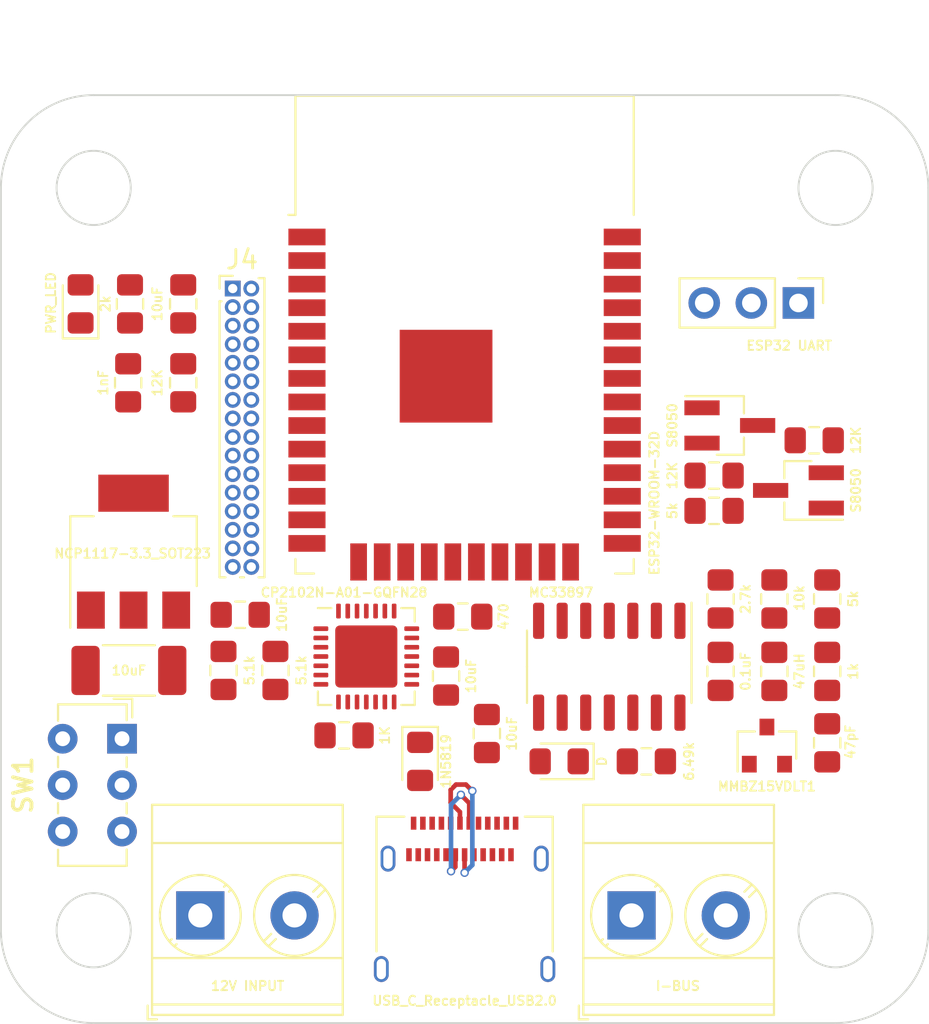
<source format=kicad_pcb>
(kicad_pcb (version 20171130) (host pcbnew 5.1.5-52549c5~84~ubuntu19.04.1)

  (general
    (thickness 1.6)
    (drawings 22)
    (tracks 19)
    (zones 0)
    (modules 39)
    (nets 77)
  )

  (page A4)
  (layers
    (0 F.Cu signal)
    (31 B.Cu signal)
    (32 B.Adhes user)
    (33 F.Adhes user)
    (34 B.Paste user)
    (35 F.Paste user)
    (36 B.SilkS user)
    (37 F.SilkS user)
    (38 B.Mask user)
    (39 F.Mask user)
    (40 Dwgs.User user)
    (41 Cmts.User user)
    (42 Eco1.User user)
    (43 Eco2.User user)
    (44 Edge.Cuts user)
    (45 Margin user)
    (46 B.CrtYd user hide)
    (47 F.CrtYd user)
    (48 B.Fab user)
    (49 F.Fab user hide)
  )

  (setup
    (last_trace_width 0.25)
    (user_trace_width 0.508)
    (trace_clearance 0.2)
    (zone_clearance 0.508)
    (zone_45_only yes)
    (trace_min 0.2)
    (via_size 0.8)
    (via_drill 0.4)
    (via_min_size 0.4)
    (via_min_drill 0.3)
    (user_via 0.45 0.3)
    (uvia_size 0.3)
    (uvia_drill 0.1)
    (uvias_allowed no)
    (uvia_min_size 0.2)
    (uvia_min_drill 0.1)
    (edge_width 0.1)
    (segment_width 0.2)
    (pcb_text_width 0.3)
    (pcb_text_size 1.5 1.5)
    (mod_edge_width 0.15)
    (mod_text_size 1 1)
    (mod_text_width 0.15)
    (pad_size 1.524 1.524)
    (pad_drill 0.762)
    (pad_to_mask_clearance 0)
    (aux_axis_origin 0 0)
    (visible_elements FFFFFF7F)
    (pcbplotparams
      (layerselection 0x010fc_ffffffff)
      (usegerberextensions false)
      (usegerberattributes false)
      (usegerberadvancedattributes false)
      (creategerberjobfile false)
      (excludeedgelayer true)
      (linewidth 0.100000)
      (plotframeref false)
      (viasonmask false)
      (mode 1)
      (useauxorigin false)
      (hpglpennumber 1)
      (hpglpenspeed 20)
      (hpglpendiameter 15.000000)
      (psnegative false)
      (psa4output false)
      (plotreference true)
      (plotvalue true)
      (plotinvisibletext false)
      (padsonsilk false)
      (subtractmaskfromsilk false)
      (outputformat 1)
      (mirror false)
      (drillshape 0)
      (scaleselection 1)
      (outputdirectory "plot/"))
  )

  (net 0 "")
  (net 1 "Net-(C1-Pad1)")
  (net 2 GND)
  (net 3 3.3V)
  (net 4 "Net-(C4-Pad1)")
  (net 5 "Net-(C4-Pad2)")
  (net 6 SW_CAN)
  (net 7 MC33_TX)
  (net 8 MC33_RX)
  (net 9 "Net-(R9-Pad2)")
  (net 10 MC33_MODE0)
  (net 11 MC33_MODE1)
  (net 12 ESP32_EN)
  (net 13 "Net-(D2-Pad2)")
  (net 14 USB_VBUS)
  (net 15 "Net-(D4-Pad2)")
  (net 16 "Net-(J1-Pad2)")
  (net 17 ESP32_RX)
  (net 18 ESP32_TX)
  (net 19 USB_CC1)
  (net 20 USB_D+)
  (net 21 USB_D-)
  (net 22 USB_CC2)
  (net 23 RTS)
  (net 24 "Net-(Q1-Pad2)")
  (net 25 "Net-(Q2-Pad2)")
  (net 26 ESP32_BOOT)
  (net 27 DTR)
  (net 28 "Net-(R3-Pad1)")
  (net 29 "Net-(R11-Pad1)")
  (net 30 "Net-(R12-Pad2)")
  (net 31 "Net-(J3-PadA8)")
  (net 32 "Net-(J3-PadB8)")
  (net 33 "Net-(U1-Pad4)")
  (net 34 "Net-(U1-Pad5)")
  (net 35 "Net-(U1-Pad6)")
  (net 36 "Net-(U1-Pad7)")
  (net 37 "Net-(U1-Pad8)")
  (net 38 "Net-(U1-Pad9)")
  (net 39 "Net-(U1-Pad10)")
  (net 40 "Net-(U1-Pad11)")
  (net 41 "Net-(U1-Pad12)")
  (net 42 "Net-(U1-Pad13)")
  (net 43 "Net-(U1-Pad14)")
  (net 44 "Net-(U1-Pad16)")
  (net 45 "Net-(U1-Pad17)")
  (net 46 "Net-(U1-Pad18)")
  (net 47 "Net-(U1-Pad19)")
  (net 48 "Net-(U1-Pad20)")
  (net 49 "Net-(U1-Pad21)")
  (net 50 "Net-(U1-Pad22)")
  (net 51 "Net-(U1-Pad23)")
  (net 52 "Net-(U1-Pad26)")
  (net 53 "Net-(U1-Pad29)")
  (net 54 "Net-(U1-Pad32)")
  (net 55 "Net-(U1-Pad33)")
  (net 56 "Net-(U1-Pad36)")
  (net 57 "Net-(U1-Pad37)")
  (net 58 "Net-(U3-Pad6)")
  (net 59 "Net-(U3-Pad13)")
  (net 60 "Net-(U5-Pad1)")
  (net 61 "Net-(U5-Pad2)")
  (net 62 "Net-(U5-Pad10)")
  (net 63 "Net-(U5-Pad11)")
  (net 64 "Net-(U5-Pad12)")
  (net 65 "Net-(U5-Pad13)")
  (net 66 "Net-(U5-Pad14)")
  (net 67 "Net-(U5-Pad15)")
  (net 68 "Net-(U5-Pad16)")
  (net 69 "Net-(U5-Pad17)")
  (net 70 "Net-(U5-Pad18)")
  (net 71 "Net-(U5-Pad19)")
  (net 72 "Net-(U5-Pad20)")
  (net 73 "Net-(U5-Pad21)")
  (net 74 "Net-(U5-Pad22)")
  (net 75 "Net-(U5-Pad23)")
  (net 76 "Net-(U5-Pad27)")

  (net_class Default "This is the default net class."
    (clearance 0.2)
    (trace_width 0.25)
    (via_dia 0.8)
    (via_drill 0.4)
    (uvia_dia 0.3)
    (uvia_drill 0.1)
    (add_net 3.3V)
    (add_net DTR)
    (add_net ESP32_BOOT)
    (add_net ESP32_EN)
    (add_net ESP32_RX)
    (add_net ESP32_TX)
    (add_net GND)
    (add_net MC33_MODE0)
    (add_net MC33_MODE1)
    (add_net MC33_RX)
    (add_net MC33_TX)
    (add_net "Net-(C1-Pad1)")
    (add_net "Net-(C4-Pad1)")
    (add_net "Net-(C4-Pad2)")
    (add_net "Net-(D2-Pad2)")
    (add_net "Net-(D4-Pad2)")
    (add_net "Net-(J1-Pad2)")
    (add_net "Net-(J3-PadA8)")
    (add_net "Net-(J3-PadB8)")
    (add_net "Net-(Q1-Pad2)")
    (add_net "Net-(Q2-Pad2)")
    (add_net "Net-(R11-Pad1)")
    (add_net "Net-(R12-Pad2)")
    (add_net "Net-(R3-Pad1)")
    (add_net "Net-(R9-Pad2)")
    (add_net "Net-(U1-Pad10)")
    (add_net "Net-(U1-Pad11)")
    (add_net "Net-(U1-Pad12)")
    (add_net "Net-(U1-Pad13)")
    (add_net "Net-(U1-Pad14)")
    (add_net "Net-(U1-Pad16)")
    (add_net "Net-(U1-Pad17)")
    (add_net "Net-(U1-Pad18)")
    (add_net "Net-(U1-Pad19)")
    (add_net "Net-(U1-Pad20)")
    (add_net "Net-(U1-Pad21)")
    (add_net "Net-(U1-Pad22)")
    (add_net "Net-(U1-Pad23)")
    (add_net "Net-(U1-Pad26)")
    (add_net "Net-(U1-Pad29)")
    (add_net "Net-(U1-Pad32)")
    (add_net "Net-(U1-Pad33)")
    (add_net "Net-(U1-Pad36)")
    (add_net "Net-(U1-Pad37)")
    (add_net "Net-(U1-Pad4)")
    (add_net "Net-(U1-Pad5)")
    (add_net "Net-(U1-Pad6)")
    (add_net "Net-(U1-Pad7)")
    (add_net "Net-(U1-Pad8)")
    (add_net "Net-(U1-Pad9)")
    (add_net "Net-(U3-Pad13)")
    (add_net "Net-(U3-Pad6)")
    (add_net "Net-(U5-Pad1)")
    (add_net "Net-(U5-Pad10)")
    (add_net "Net-(U5-Pad11)")
    (add_net "Net-(U5-Pad12)")
    (add_net "Net-(U5-Pad13)")
    (add_net "Net-(U5-Pad14)")
    (add_net "Net-(U5-Pad15)")
    (add_net "Net-(U5-Pad16)")
    (add_net "Net-(U5-Pad17)")
    (add_net "Net-(U5-Pad18)")
    (add_net "Net-(U5-Pad19)")
    (add_net "Net-(U5-Pad2)")
    (add_net "Net-(U5-Pad20)")
    (add_net "Net-(U5-Pad21)")
    (add_net "Net-(U5-Pad22)")
    (add_net "Net-(U5-Pad23)")
    (add_net "Net-(U5-Pad27)")
    (add_net RTS)
    (add_net SW_CAN)
    (add_net USB_CC1)
    (add_net USB_CC2)
    (add_net USB_D+)
    (add_net USB_D-)
    (add_net USB_VBUS)
  )

  (module Capacitor_SMD:C_2010_5025Metric_Pad1.52x2.65mm_HandSolder (layer F.Cu) (tedit 5B301BBE) (tstamp 5E560B41)
    (at 176.9 103 180)
    (descr "Capacitor SMD 2010 (5025 Metric), square (rectangular) end terminal, IPC_7351 nominal with elongated pad for handsoldering. (Body size source: http://www.tortai-tech.com/upload/download/2011102023233369053.pdf), generated with kicad-footprint-generator")
    (tags "capacitor handsolder")
    (path /5E4E29F0)
    (attr smd)
    (fp_text reference C1 (at 2.5 -6.25) (layer F.SilkS) hide
      (effects (font (size 0.5 0.5) (thickness 0.1)))
    )
    (fp_text value 10uF (at 0 0) (layer F.SilkS)
      (effects (font (size 0.5 0.5) (thickness 0.1)))
    )
    (fp_text user %R (at 2.5 0) (layer F.SilkS) hide
      (effects (font (size 0.5 0.5) (thickness 0.1)))
    )
    (fp_line (start 3.35 1.58) (end -3.35 1.58) (layer F.CrtYd) (width 0.05))
    (fp_line (start 3.35 -1.58) (end 3.35 1.58) (layer F.CrtYd) (width 0.05))
    (fp_line (start -3.35 -1.58) (end 3.35 -1.58) (layer F.CrtYd) (width 0.05))
    (fp_line (start -3.35 1.58) (end -3.35 -1.58) (layer F.CrtYd) (width 0.05))
    (fp_line (start -1.402064 1.36) (end 1.402064 1.36) (layer F.SilkS) (width 0.12))
    (fp_line (start -1.402064 -1.36) (end 1.402064 -1.36) (layer F.SilkS) (width 0.12))
    (fp_line (start 2.5 1.25) (end -2.5 1.25) (layer F.Fab) (width 0.1))
    (fp_line (start 2.5 -1.25) (end 2.5 1.25) (layer F.Fab) (width 0.1))
    (fp_line (start -2.5 -1.25) (end 2.5 -1.25) (layer F.Fab) (width 0.1))
    (fp_line (start -2.5 1.25) (end -2.5 -1.25) (layer F.Fab) (width 0.1))
    (pad 2 smd roundrect (at 2.3375 0 180) (size 1.525 2.65) (layers F.Cu F.Paste F.Mask) (roundrect_rratio 0.163934)
      (net 2 GND))
    (pad 1 smd roundrect (at -2.3375 0 180) (size 1.525 2.65) (layers F.Cu F.Paste F.Mask) (roundrect_rratio 0.163934)
      (net 1 "Net-(C1-Pad1)"))
    (model ${KISYS3DMOD}/Capacitor_SMD.3dshapes/C_2010_5025Metric.wrl
      (at (xyz 0 0 0))
      (scale (xyz 1 1 1))
      (rotate (xyz 0 0 0))
    )
  )

  (module Diode_SMD:D_0805_2012Metric_Pad1.15x1.40mm_HandSolder placed (layer F.Cu) (tedit 5B4B45C8) (tstamp 5E55DD2A)
    (at 192.6 107.9 270)
    (descr "Diode SMD 0805 (2012 Metric), square (rectangular) end terminal, IPC_7351 nominal, (Body size source: https://docs.google.com/spreadsheets/d/1BsfQQcO9C6DZCsRaXUlFlo91Tg2WpOkGARC1WS5S8t0/edit?usp=sharing), generated with kicad-footprint-generator")
    (tags "diode handsolder")
    (path /5E5B490D)
    (attr smd)
    (fp_text reference D4 (at 0.025 1.5 90) (layer F.SilkS) hide
      (effects (font (size 0.5 0.5) (thickness 0.1)))
    )
    (fp_text value 1N5819 (at 0 -1.4 90) (layer F.SilkS)
      (effects (font (size 0.5 0.5) (thickness 0.1)))
    )
    (fp_text user %R (at 5.47 0 90) (layer F.SilkS) hide
      (effects (font (size 0.5 0.5) (thickness 0.1)))
    )
    (fp_line (start 1.85 0.95) (end -1.85 0.95) (layer F.CrtYd) (width 0.05))
    (fp_line (start 1.85 -0.95) (end 1.85 0.95) (layer F.CrtYd) (width 0.05))
    (fp_line (start -1.85 -0.95) (end 1.85 -0.95) (layer F.CrtYd) (width 0.05))
    (fp_line (start -1.85 0.95) (end -1.85 -0.95) (layer F.CrtYd) (width 0.05))
    (fp_line (start -1.86 0.96) (end 1 0.96) (layer F.SilkS) (width 0.12))
    (fp_line (start -1.86 -0.96) (end -1.86 0.96) (layer F.SilkS) (width 0.12))
    (fp_line (start 1 -0.96) (end -1.86 -0.96) (layer F.SilkS) (width 0.12))
    (fp_line (start 1 0.6) (end 1 -0.6) (layer F.Fab) (width 0.1))
    (fp_line (start -1 0.6) (end 1 0.6) (layer F.Fab) (width 0.1))
    (fp_line (start -1 -0.3) (end -1 0.6) (layer F.Fab) (width 0.1))
    (fp_line (start -0.7 -0.6) (end -1 -0.3) (layer F.Fab) (width 0.1))
    (fp_line (start 1 -0.6) (end -0.7 -0.6) (layer F.Fab) (width 0.1))
    (fp_text user K (at 0 0) (layer F.SilkS) hide
      (effects (font (size 1 1) (thickness 0.15)))
    )
    (pad 2 smd roundrect (at 1.025 0 270) (size 1.15 1.4) (layers F.Cu F.Paste F.Mask) (roundrect_rratio 0.217391)
      (net 15 "Net-(D4-Pad2)"))
    (pad 1 smd roundrect (at -1.025 0 270) (size 1.15 1.4) (layers F.Cu F.Paste F.Mask) (roundrect_rratio 0.217391)
      (net 14 USB_VBUS))
    (model ${KISYS3DMOD}/Diode_SMD.3dshapes/D_0805_2012Metric.wrl
      (at (xyz 0 0 0))
      (scale (xyz 1 1 1))
      (rotate (xyz 0 0 0))
    )
  )

  (module Connector_USB:USB_C_Receptacle_Amphenol_12401610E4-2A placed (layer F.Cu) (tedit 5E51F215) (tstamp 5E51F57F)
    (at 195 116.25)
    (descr "USB TYPE C, RA RCPT PCB, SMT, https://www.amphenolcanada.com/StockAvailabilityPrice.aspx?From=&PartNum=12401610E4%7e2A")
    (tags "USB C Type-C Receptacle SMD")
    (path /5E53E2D6)
    (attr smd)
    (fp_text reference J3 (at 0 -6.36) (layer F.SilkS) hide
      (effects (font (size 0.5 0.5) (thickness 0.1)))
    )
    (fp_text value USB_C_Receptacle_USB2.0 (at 0 4.55) (layer F.SilkS)
      (effects (font (size 0.5 0.5) (thickness 0.1)))
    )
    (fp_text user %R (at 0 0) (layer F.SilkS) hide
      (effects (font (size 0.5 0.5) (thickness 0.1)))
    )
    (fp_line (start -5.39 5.73) (end -5.39 -5.87) (layer F.CrtYd) (width 0.05))
    (fp_line (start 5.39 5.73) (end -5.39 5.73) (layer F.CrtYd) (width 0.05))
    (fp_line (start 5.39 -5.87) (end 5.39 5.73) (layer F.CrtYd) (width 0.05))
    (fp_line (start -5.39 -5.87) (end 5.39 -5.87) (layer F.CrtYd) (width 0.05))
    (fp_line (start 4.6 5.23) (end 4.6 -5.22) (layer F.Fab) (width 0.1))
    (fp_line (start -4.6 5.23) (end 4.6 5.23) (layer F.Fab) (width 0.1))
    (fp_line (start 3.25 -5.37) (end 4.75 -5.37) (layer F.SilkS) (width 0.12))
    (fp_line (start 4.75 -5.37) (end 4.75 1.89) (layer F.SilkS) (width 0.12))
    (fp_line (start -4.75 -5.37) (end -4.75 1.89) (layer F.SilkS) (width 0.12))
    (fp_line (start -4.75 -5.37) (end -3.25 -5.37) (layer F.SilkS) (width 0.12))
    (fp_line (start -4.6 -5.22) (end 4.6 -5.22) (layer F.Fab) (width 0.1))
    (fp_line (start -4.6 5.23) (end -4.6 -5.22) (layer F.Fab) (width 0.1))
    (pad S1 thru_hole oval (at -4.13 -3.11) (size 0.8 1.4) (drill oval 0.5 1.1) (layers *.Cu *.Mask)
      (net 2 GND))
    (pad A1 smd rect (at -2.75 -5.02) (size 0.3 0.7) (layers F.Cu F.Paste F.Mask)
      (net 2 GND))
    (pad A2 smd rect (at -2.25 -5.02) (size 0.3 0.7) (layers F.Cu F.Paste F.Mask))
    (pad A3 smd rect (at -1.75 -5.02) (size 0.3 0.7) (layers F.Cu F.Paste F.Mask))
    (pad A4 smd rect (at -1.25 -5.02) (size 0.3 0.7) (layers F.Cu F.Paste F.Mask)
      (net 15 "Net-(D4-Pad2)"))
    (pad A5 smd rect (at -0.75 -5.02) (size 0.3 0.7) (layers F.Cu F.Paste F.Mask)
      (net 19 USB_CC1))
    (pad A6 smd rect (at -0.25 -5.02) (size 0.3 0.7) (layers F.Cu F.Paste F.Mask)
      (net 20 USB_D+))
    (pad A7 smd rect (at 0.25 -5.02) (size 0.3 0.7) (layers F.Cu F.Paste F.Mask)
      (net 21 USB_D-))
    (pad A12 smd rect (at 2.75 -5.02) (size 0.3 0.7) (layers F.Cu F.Paste F.Mask)
      (net 2 GND))
    (pad A10 smd rect (at 1.75 -5.02) (size 0.3 0.7) (layers F.Cu F.Paste F.Mask))
    (pad A9 smd rect (at 1.25 -5.02) (size 0.3 0.7) (layers F.Cu F.Paste F.Mask)
      (net 15 "Net-(D4-Pad2)"))
    (pad A8 smd rect (at 0.75 -5.02) (size 0.3 0.7) (layers F.Cu F.Paste F.Mask)
      (net 31 "Net-(J3-PadA8)"))
    (pad A11 smd rect (at 2.25 -5.02) (size 0.3 0.7) (layers F.Cu F.Paste F.Mask))
    (pad B1 smd rect (at 2.5 -3.32) (size 0.3 0.7) (layers F.Cu F.Paste F.Mask)
      (net 2 GND))
    (pad S1 thru_hole oval (at 4.13 -3.11) (size 0.8 1.4) (drill oval 0.5 1.1) (layers *.Cu *.Mask)
      (net 2 GND))
    (pad S1 thru_hole oval (at 4.49 2.84) (size 0.8 1.4) (drill oval 0.5 1.1) (layers *.Cu *.Mask)
      (net 2 GND))
    (pad S1 thru_hole oval (at -4.49 2.84) (size 0.8 1.4) (drill oval 0.5 1.1) (layers *.Cu *.Mask)
      (net 2 GND))
    (pad "" np_thru_hole oval (at 3.6 -4.36) (size 0.95 0.65) (drill oval 0.95 0.65) (layers *.Cu *.Mask))
    (pad "" np_thru_hole circle (at -3.6 -4.36) (size 0.65 0.65) (drill 0.65) (layers *.Cu *.Mask))
    (pad B2 smd rect (at 2 -3.32) (size 0.3 0.7) (layers F.Cu F.Paste F.Mask))
    (pad B3 smd rect (at 1.5 -3.32) (size 0.3 0.7) (layers F.Cu F.Paste F.Mask))
    (pad B4 smd rect (at 1 -3.32) (size 0.3 0.7) (layers F.Cu F.Paste F.Mask)
      (net 15 "Net-(D4-Pad2)"))
    (pad B5 smd rect (at 0.5 -3.32) (size 0.3 0.7) (layers F.Cu F.Paste F.Mask)
      (net 22 USB_CC2))
    (pad B6 smd rect (at 0 -3.32) (size 0.3 0.7) (layers F.Cu F.Paste F.Mask)
      (net 20 USB_D+))
    (pad B7 smd rect (at -0.5 -3.32) (size 0.3 0.7) (layers F.Cu F.Paste F.Mask)
      (net 21 USB_D-))
    (pad B8 smd rect (at -1 -3.32) (size 0.3 0.7) (layers F.Cu F.Paste F.Mask)
      (net 32 "Net-(J3-PadB8)"))
    (pad B9 smd rect (at -1.5 -3.32) (size 0.3 0.7) (layers F.Cu F.Paste F.Mask)
      (net 15 "Net-(D4-Pad2)"))
    (pad B10 smd rect (at -2 -3.32) (size 0.3 0.7) (layers F.Cu F.Paste F.Mask))
    (pad B11 smd rect (at -2.5 -3.32) (size 0.3 0.7) (layers F.Cu F.Paste F.Mask))
    (pad B12 smd rect (at -3 -3.32) (size 0.3 0.7) (layers F.Cu F.Paste F.Mask)
      (net 2 GND))
    (model ${KISYS3DMOD}/Connector_USB.3dshapes/USB_C_Receptacle_Amphenol_12401610E4-2A.wrl
      (at (xyz 0 0 0))
      (scale (xyz 1 1 1))
      (rotate (xyz 0 0 0))
    )
    (model ${KIPRJMOD}/3d_models/12401610E4#2A--3DModel-STEP-56544.STEP
      (offset (xyz 0 -5.25 1.5))
      (scale (xyz 1 1 1))
      (rotate (xyz -90 0 0))
    )
  )

  (module Capacitor_SMD:C_0805_2012Metric_Pad1.15x1.40mm_HandSolder placed (layer F.Cu) (tedit 5B36C52B) (tstamp 5E50D52A)
    (at 182.9 100 180)
    (descr "Capacitor SMD 0805 (2012 Metric), square (rectangular) end terminal, IPC_7351 nominal with elongated pad for handsoldering. (Body size source: https://docs.google.com/spreadsheets/d/1BsfQQcO9C6DZCsRaXUlFlo91Tg2WpOkGARC1WS5S8t0/edit?usp=sharing), generated with kicad-footprint-generator")
    (tags "capacitor handsolder")
    (path /5E3AE258)
    (attr smd)
    (fp_text reference C2 (at 0 0) (layer F.SilkS) hide
      (effects (font (size 0.5 0.5) (thickness 0.1)))
    )
    (fp_text value 10uF (at -2.25 0 90) (layer F.SilkS)
      (effects (font (size 0.5 0.5) (thickness 0.1)))
    )
    (fp_line (start -1 0.6) (end -1 -0.6) (layer F.Fab) (width 0.1))
    (fp_line (start -1 -0.6) (end 1 -0.6) (layer F.Fab) (width 0.1))
    (fp_line (start 1 -0.6) (end 1 0.6) (layer F.Fab) (width 0.1))
    (fp_line (start 1 0.6) (end -1 0.6) (layer F.Fab) (width 0.1))
    (fp_line (start -0.261252 -0.71) (end 0.261252 -0.71) (layer F.SilkS) (width 0.12))
    (fp_line (start -0.261252 0.71) (end 0.261252 0.71) (layer F.SilkS) (width 0.12))
    (fp_line (start -1.85 0.95) (end -1.85 -0.95) (layer F.CrtYd) (width 0.05))
    (fp_line (start -1.85 -0.95) (end 1.85 -0.95) (layer F.CrtYd) (width 0.05))
    (fp_line (start 1.85 -0.95) (end 1.85 0.95) (layer F.CrtYd) (width 0.05))
    (fp_line (start 1.85 0.95) (end -1.85 0.95) (layer F.CrtYd) (width 0.05))
    (fp_text user %R (at 0 0) (layer F.SilkS) hide
      (effects (font (size 0.5 0.5) (thickness 0.1)))
    )
    (pad 1 smd roundrect (at -1.025 0 180) (size 1.15 1.4) (layers F.Cu F.Paste F.Mask) (roundrect_rratio 0.217391)
      (net 3 3.3V))
    (pad 2 smd roundrect (at 1.025 0 180) (size 1.15 1.4) (layers F.Cu F.Paste F.Mask) (roundrect_rratio 0.217391)
      (net 2 GND))
    (model ${KISYS3DMOD}/Capacitor_SMD.3dshapes/C_0805_2012Metric.wrl
      (at (xyz 0 0 0))
      (scale (xyz 1 1 1))
      (rotate (xyz 0 0 0))
    )
  )

  (module Capacitor_SMD:C_0805_2012Metric_Pad1.15x1.40mm_HandSolder placed (layer F.Cu) (tedit 5B36C52B) (tstamp 5E55EEEA)
    (at 208.8 103.05 90)
    (descr "Capacitor SMD 0805 (2012 Metric), square (rectangular) end terminal, IPC_7351 nominal with elongated pad for handsoldering. (Body size source: https://docs.google.com/spreadsheets/d/1BsfQQcO9C6DZCsRaXUlFlo91Tg2WpOkGARC1WS5S8t0/edit?usp=sharing), generated with kicad-footprint-generator")
    (tags "capacitor handsolder")
    (path /5E410D36)
    (attr smd)
    (fp_text reference C4 (at 0 -1.65 90) (layer F.SilkS) hide
      (effects (font (size 0.5 0.5) (thickness 0.1)))
    )
    (fp_text value 0.1uF (at 0 1.35 90) (layer F.SilkS)
      (effects (font (size 0.5 0.5) (thickness 0.1)))
    )
    (fp_line (start -1 0.6) (end -1 -0.6) (layer F.Fab) (width 0.1))
    (fp_line (start -1 -0.6) (end 1 -0.6) (layer F.Fab) (width 0.1))
    (fp_line (start 1 -0.6) (end 1 0.6) (layer F.Fab) (width 0.1))
    (fp_line (start 1 0.6) (end -1 0.6) (layer F.Fab) (width 0.1))
    (fp_line (start -0.261252 -0.71) (end 0.261252 -0.71) (layer F.SilkS) (width 0.12))
    (fp_line (start -0.261252 0.71) (end 0.261252 0.71) (layer F.SilkS) (width 0.12))
    (fp_line (start -1.85 0.95) (end -1.85 -0.95) (layer F.CrtYd) (width 0.05))
    (fp_line (start -1.85 -0.95) (end 1.85 -0.95) (layer F.CrtYd) (width 0.05))
    (fp_line (start 1.85 -0.95) (end 1.85 0.95) (layer F.CrtYd) (width 0.05))
    (fp_line (start 1.85 0.95) (end -1.85 0.95) (layer F.CrtYd) (width 0.05))
    (fp_text user %R (at 0 0 90) (layer F.SilkS) hide
      (effects (font (size 0.5 0.5) (thickness 0.1)))
    )
    (pad 1 smd roundrect (at -1.025 0 90) (size 1.15 1.4) (layers F.Cu F.Paste F.Mask) (roundrect_rratio 0.217391)
      (net 4 "Net-(C4-Pad1)"))
    (pad 2 smd roundrect (at 1.025 0 90) (size 1.15 1.4) (layers F.Cu F.Paste F.Mask) (roundrect_rratio 0.217391)
      (net 5 "Net-(C4-Pad2)"))
    (model ${KISYS3DMOD}/Capacitor_SMD.3dshapes/C_0805_2012Metric.wrl
      (at (xyz 0 0 0))
      (scale (xyz 1 1 1))
      (rotate (xyz 0 0 0))
    )
  )

  (module Capacitor_SMD:C_0805_2012Metric_Pad1.15x1.40mm_HandSolder placed (layer F.Cu) (tedit 5B36C52B) (tstamp 5E50D54C)
    (at 214.55 106.9 270)
    (descr "Capacitor SMD 0805 (2012 Metric), square (rectangular) end terminal, IPC_7351 nominal with elongated pad for handsoldering. (Body size source: https://docs.google.com/spreadsheets/d/1BsfQQcO9C6DZCsRaXUlFlo91Tg2WpOkGARC1WS5S8t0/edit?usp=sharing), generated with kicad-footprint-generator")
    (tags "capacitor handsolder")
    (path /5E42115E)
    (attr smd)
    (fp_text reference C5 (at 0 -1.65 90) (layer F.SilkS) hide
      (effects (font (size 0.5 0.5) (thickness 0.1)))
    )
    (fp_text value 47pF (at -0.05 -1.25 90) (layer F.SilkS)
      (effects (font (size 0.5 0.5) (thickness 0.1)))
    )
    (fp_text user %R (at 0 0 90) (layer F.SilkS) hide
      (effects (font (size 0.5 0.5) (thickness 0.1)))
    )
    (fp_line (start 1.85 0.95) (end -1.85 0.95) (layer F.CrtYd) (width 0.05))
    (fp_line (start 1.85 -0.95) (end 1.85 0.95) (layer F.CrtYd) (width 0.05))
    (fp_line (start -1.85 -0.95) (end 1.85 -0.95) (layer F.CrtYd) (width 0.05))
    (fp_line (start -1.85 0.95) (end -1.85 -0.95) (layer F.CrtYd) (width 0.05))
    (fp_line (start -0.261252 0.71) (end 0.261252 0.71) (layer F.SilkS) (width 0.12))
    (fp_line (start -0.261252 -0.71) (end 0.261252 -0.71) (layer F.SilkS) (width 0.12))
    (fp_line (start 1 0.6) (end -1 0.6) (layer F.Fab) (width 0.1))
    (fp_line (start 1 -0.6) (end 1 0.6) (layer F.Fab) (width 0.1))
    (fp_line (start -1 -0.6) (end 1 -0.6) (layer F.Fab) (width 0.1))
    (fp_line (start -1 0.6) (end -1 -0.6) (layer F.Fab) (width 0.1))
    (pad 2 smd roundrect (at 1.025 0 270) (size 1.15 1.4) (layers F.Cu F.Paste F.Mask) (roundrect_rratio 0.217391)
      (net 6 SW_CAN))
    (pad 1 smd roundrect (at -1.025 0 270) (size 1.15 1.4) (layers F.Cu F.Paste F.Mask) (roundrect_rratio 0.217391)
      (net 2 GND))
    (model ${KISYS3DMOD}/Capacitor_SMD.3dshapes/C_0805_2012Metric.wrl
      (at (xyz 0 0 0))
      (scale (xyz 1 1 1))
      (rotate (xyz 0 0 0))
    )
  )

  (module Diode_SMD:D_0805_2012Metric_Pad1.15x1.40mm_HandSolder placed (layer F.Cu) (tedit 5B4B45C8) (tstamp 5E50D55F)
    (at 200.1 107.9 180)
    (descr "Diode SMD 0805 (2012 Metric), square (rectangular) end terminal, IPC_7351 nominal, (Body size source: https://docs.google.com/spreadsheets/d/1BsfQQcO9C6DZCsRaXUlFlo91Tg2WpOkGARC1WS5S8t0/edit?usp=sharing), generated with kicad-footprint-generator")
    (tags "diode handsolder")
    (path /5E40BAD4)
    (attr smd)
    (fp_text reference D1 (at 0 -1.65) (layer F.SilkS) hide
      (effects (font (size 0.5 0.5) (thickness 0.1)))
    )
    (fp_text value D (at -2.3 0 90) (layer F.SilkS)
      (effects (font (size 0.5 0.5) (thickness 0.1)))
    )
    (fp_line (start 1 -0.6) (end -0.7 -0.6) (layer F.Fab) (width 0.1))
    (fp_line (start -0.7 -0.6) (end -1 -0.3) (layer F.Fab) (width 0.1))
    (fp_line (start -1 -0.3) (end -1 0.6) (layer F.Fab) (width 0.1))
    (fp_line (start -1 0.6) (end 1 0.6) (layer F.Fab) (width 0.1))
    (fp_line (start 1 0.6) (end 1 -0.6) (layer F.Fab) (width 0.1))
    (fp_line (start 1 -0.96) (end -1.86 -0.96) (layer F.SilkS) (width 0.12))
    (fp_line (start -1.86 -0.96) (end -1.86 0.96) (layer F.SilkS) (width 0.12))
    (fp_line (start -1.86 0.96) (end 1 0.96) (layer F.SilkS) (width 0.12))
    (fp_line (start -1.85 0.95) (end -1.85 -0.95) (layer F.CrtYd) (width 0.05))
    (fp_line (start -1.85 -0.95) (end 1.85 -0.95) (layer F.CrtYd) (width 0.05))
    (fp_line (start 1.85 -0.95) (end 1.85 0.95) (layer F.CrtYd) (width 0.05))
    (fp_line (start 1.85 0.95) (end -1.85 0.95) (layer F.CrtYd) (width 0.05))
    (fp_text user %R (at 0 0) (layer F.SilkS) hide
      (effects (font (size 0.5 0.5) (thickness 0.1)))
    )
    (pad 1 smd roundrect (at -1.025 0 180) (size 1.15 1.4) (layers F.Cu F.Paste F.Mask) (roundrect_rratio 0.217391)
      (net 4 "Net-(C4-Pad1)"))
    (pad 2 smd roundrect (at 1.025 0 180) (size 1.15 1.4) (layers F.Cu F.Paste F.Mask) (roundrect_rratio 0.217391)
      (net 3 3.3V))
    (model ${KISYS3DMOD}/Diode_SMD.3dshapes/D_0805_2012Metric.wrl
      (at (xyz 0 0 0))
      (scale (xyz 1 1 1))
      (rotate (xyz 0 0 0))
    )
  )

  (module Package_TO_SOT_SMD:SOT-23 placed (layer F.Cu) (tedit 5A02FF57) (tstamp 5E50D574)
    (at 211.3 107.05 90)
    (descr "SOT-23, Standard")
    (tags SOT-23)
    (path /5E40B3B3)
    (attr smd)
    (fp_text reference D3 (at 0 -2.5 90) (layer F.SilkS) hide
      (effects (font (size 0.5 0.5) (thickness 0.1)))
    )
    (fp_text value MMBZ15VDLT1 (at -2.2 0 180) (layer F.SilkS)
      (effects (font (size 0.5 0.5) (thickness 0.1)))
    )
    (fp_text user %R (at 0 0) (layer F.SilkS) hide
      (effects (font (size 0.5 0.5) (thickness 0.1)))
    )
    (fp_line (start -0.7 -0.95) (end -0.7 1.5) (layer F.Fab) (width 0.1))
    (fp_line (start -0.15 -1.52) (end 0.7 -1.52) (layer F.Fab) (width 0.1))
    (fp_line (start -0.7 -0.95) (end -0.15 -1.52) (layer F.Fab) (width 0.1))
    (fp_line (start 0.7 -1.52) (end 0.7 1.52) (layer F.Fab) (width 0.1))
    (fp_line (start -0.7 1.52) (end 0.7 1.52) (layer F.Fab) (width 0.1))
    (fp_line (start 0.76 1.58) (end 0.76 0.65) (layer F.SilkS) (width 0.12))
    (fp_line (start 0.76 -1.58) (end 0.76 -0.65) (layer F.SilkS) (width 0.12))
    (fp_line (start -1.7 -1.75) (end 1.7 -1.75) (layer F.CrtYd) (width 0.05))
    (fp_line (start 1.7 -1.75) (end 1.7 1.75) (layer F.CrtYd) (width 0.05))
    (fp_line (start 1.7 1.75) (end -1.7 1.75) (layer F.CrtYd) (width 0.05))
    (fp_line (start -1.7 1.75) (end -1.7 -1.75) (layer F.CrtYd) (width 0.05))
    (fp_line (start 0.76 -1.58) (end -1.4 -1.58) (layer F.SilkS) (width 0.12))
    (fp_line (start 0.76 1.58) (end -0.7 1.58) (layer F.SilkS) (width 0.12))
    (pad 1 smd rect (at -1 -0.95 90) (size 0.9 0.8) (layers F.Cu F.Paste F.Mask)
      (net 6 SW_CAN))
    (pad 2 smd rect (at -1 0.95 90) (size 0.9 0.8) (layers F.Cu F.Paste F.Mask)
      (net 6 SW_CAN))
    (pad 3 smd rect (at 1 0 90) (size 0.9 0.8) (layers F.Cu F.Paste F.Mask)
      (net 2 GND))
    (model ${KISYS3DMOD}/Package_TO_SOT_SMD.3dshapes/SOT-23.wrl
      (at (xyz 0 0 0))
      (scale (xyz 1 1 1))
      (rotate (xyz 0 0 0))
    )
  )

  (module TerminalBlock_Phoenix:TerminalBlock_Phoenix_MKDS-3-2-5.08_1x02_P5.08mm_Horizontal locked placed (layer F.Cu) (tedit 5B294F11) (tstamp 5E50D5A0)
    (at 180.75 116.2)
    (descr "Terminal Block Phoenix MKDS-3-2-5.08, 2 pins, pitch 5.08mm, size 10.2x11.2mm^2, drill diamater 1.3mm, pad diameter 2.6mm, see http://www.farnell.com/datasheets/2138224.pdf, script-generated using https://github.com/pointhi/kicad-footprint-generator/scripts/TerminalBlock_Phoenix")
    (tags "THT Terminal Block Phoenix MKDS-3-2-5.08 pitch 5.08mm size 10.2x11.2mm^2 drill 1.3mm pad 2.6mm")
    (path /5E3B2A1D)
    (fp_text reference J1 (at 2.54 -6.96) (layer F.SilkS) hide
      (effects (font (size 0.5 0.5) (thickness 0.1)))
    )
    (fp_text value "12V INPUT" (at 2.55 3.8) (layer F.SilkS)
      (effects (font (size 0.5 0.5) (thickness 0.1)))
    )
    (fp_text user %R (at 2.54 3.1) (layer F.SilkS) hide
      (effects (font (size 0.5 0.5) (thickness 0.1)))
    )
    (fp_line (start 8.13 -6.4) (end -3.04 -6.4) (layer F.CrtYd) (width 0.05))
    (fp_line (start 8.13 5.8) (end 8.13 -6.4) (layer F.CrtYd) (width 0.05))
    (fp_line (start -3.04 5.8) (end 8.13 5.8) (layer F.CrtYd) (width 0.05))
    (fp_line (start -3.04 -6.4) (end -3.04 5.8) (layer F.CrtYd) (width 0.05))
    (fp_line (start -2.84 5.6) (end -2.34 5.6) (layer F.SilkS) (width 0.12))
    (fp_line (start -2.84 4.86) (end -2.84 5.6) (layer F.SilkS) (width 0.12))
    (fp_line (start 3.822 0.992) (end 3.427 1.388) (layer F.SilkS) (width 0.12))
    (fp_line (start 6.468 -1.654) (end 6.088 -1.274) (layer F.SilkS) (width 0.12))
    (fp_line (start 4.073 1.274) (end 3.693 1.654) (layer F.SilkS) (width 0.12))
    (fp_line (start 6.734 -1.388) (end 6.339 -0.992) (layer F.SilkS) (width 0.12))
    (fp_line (start 6.353 -1.517) (end 3.564 1.273) (layer F.Fab) (width 0.1))
    (fp_line (start 6.597 -1.273) (end 3.808 1.517) (layer F.Fab) (width 0.1))
    (fp_line (start -1.548 1.281) (end -1.654 1.388) (layer F.SilkS) (width 0.12))
    (fp_line (start 1.388 -1.654) (end 1.281 -1.547) (layer F.SilkS) (width 0.12))
    (fp_line (start -1.282 1.547) (end -1.388 1.654) (layer F.SilkS) (width 0.12))
    (fp_line (start 1.654 -1.388) (end 1.547 -1.281) (layer F.SilkS) (width 0.12))
    (fp_line (start 1.273 -1.517) (end -1.517 1.273) (layer F.Fab) (width 0.1))
    (fp_line (start 1.517 -1.273) (end -1.273 1.517) (layer F.Fab) (width 0.1))
    (fp_line (start 7.68 -5.96) (end 7.68 5.36) (layer F.SilkS) (width 0.12))
    (fp_line (start -2.6 -5.96) (end -2.6 5.36) (layer F.SilkS) (width 0.12))
    (fp_line (start -2.6 5.36) (end 7.68 5.36) (layer F.SilkS) (width 0.12))
    (fp_line (start -2.6 -5.96) (end 7.68 -5.96) (layer F.SilkS) (width 0.12))
    (fp_line (start -2.6 -3.9) (end 7.68 -3.9) (layer F.SilkS) (width 0.12))
    (fp_line (start -2.54 -3.9) (end 7.62 -3.9) (layer F.Fab) (width 0.1))
    (fp_line (start -2.6 2.3) (end 7.68 2.3) (layer F.SilkS) (width 0.12))
    (fp_line (start -2.54 2.3) (end 7.62 2.3) (layer F.Fab) (width 0.1))
    (fp_line (start -2.6 4.8) (end 7.68 4.8) (layer F.SilkS) (width 0.12))
    (fp_line (start -2.54 4.8) (end 7.62 4.8) (layer F.Fab) (width 0.1))
    (fp_line (start -2.54 4.8) (end -2.54 -5.9) (layer F.Fab) (width 0.1))
    (fp_line (start -2.04 5.3) (end -2.54 4.8) (layer F.Fab) (width 0.1))
    (fp_line (start 7.62 5.3) (end -2.04 5.3) (layer F.Fab) (width 0.1))
    (fp_line (start 7.62 -5.9) (end 7.62 5.3) (layer F.Fab) (width 0.1))
    (fp_line (start -2.54 -5.9) (end 7.62 -5.9) (layer F.Fab) (width 0.1))
    (fp_circle (center 5.08 0) (end 7.26 0) (layer F.SilkS) (width 0.12))
    (fp_circle (center 5.08 0) (end 7.08 0) (layer F.Fab) (width 0.1))
    (fp_circle (center 0 0) (end 2.18 0) (layer F.SilkS) (width 0.12))
    (fp_circle (center 0 0) (end 2 0) (layer F.Fab) (width 0.1))
    (pad 2 thru_hole circle (at 5.08 0) (size 2.6 2.6) (drill 1.3) (layers *.Cu *.Mask)
      (net 16 "Net-(J1-Pad2)"))
    (pad 1 thru_hole rect (at 0 0) (size 2.6 2.6) (drill 1.3) (layers *.Cu *.Mask)
      (net 2 GND))
    (model ${KISYS3DMOD}/TerminalBlock_Phoenix.3dshapes/TerminalBlock_Phoenix_MKDS-3-2-5.08_1x02_P5.08mm_Horizontal.wrl
      (at (xyz 0 0 0))
      (scale (xyz 1 1 1))
      (rotate (xyz 0 0 0))
    )
  )

  (module TerminalBlock_Phoenix:TerminalBlock_Phoenix_MKDS-3-2-5.08_1x02_P5.08mm_Horizontal placed (layer F.Cu) (tedit 5B294F11) (tstamp 5E50D5FB)
    (at 204 116.2)
    (descr "Terminal Block Phoenix MKDS-3-2-5.08, 2 pins, pitch 5.08mm, size 10.2x11.2mm^2, drill diamater 1.3mm, pad diameter 2.6mm, see http://www.farnell.com/datasheets/2138224.pdf, script-generated using https://github.com/pointhi/kicad-footprint-generator/scripts/TerminalBlock_Phoenix")
    (tags "THT Terminal Block Phoenix MKDS-3-2-5.08 pitch 5.08mm size 10.2x11.2mm^2 drill 1.3mm pad 2.6mm")
    (path /5E3B5EB6)
    (fp_text reference J7 (at 2.54 -6.96) (layer F.SilkS) hide
      (effects (font (size 0.5 0.5) (thickness 0.1)))
    )
    (fp_text value I-BUS (at 2.5 3.8) (layer F.SilkS)
      (effects (font (size 0.5 0.5) (thickness 0.1)))
    )
    (fp_circle (center 0 0) (end 2 0) (layer F.Fab) (width 0.1))
    (fp_circle (center 0 0) (end 2.18 0) (layer F.SilkS) (width 0.12))
    (fp_circle (center 5.08 0) (end 7.08 0) (layer F.Fab) (width 0.1))
    (fp_circle (center 5.08 0) (end 7.26 0) (layer F.SilkS) (width 0.12))
    (fp_line (start -2.54 -5.9) (end 7.62 -5.9) (layer F.Fab) (width 0.1))
    (fp_line (start 7.62 -5.9) (end 7.62 5.3) (layer F.Fab) (width 0.1))
    (fp_line (start 7.62 5.3) (end -2.04 5.3) (layer F.Fab) (width 0.1))
    (fp_line (start -2.04 5.3) (end -2.54 4.8) (layer F.Fab) (width 0.1))
    (fp_line (start -2.54 4.8) (end -2.54 -5.9) (layer F.Fab) (width 0.1))
    (fp_line (start -2.54 4.8) (end 7.62 4.8) (layer F.Fab) (width 0.1))
    (fp_line (start -2.6 4.8) (end 7.68 4.8) (layer F.SilkS) (width 0.12))
    (fp_line (start -2.54 2.3) (end 7.62 2.3) (layer F.Fab) (width 0.1))
    (fp_line (start -2.6 2.3) (end 7.68 2.3) (layer F.SilkS) (width 0.12))
    (fp_line (start -2.54 -3.9) (end 7.62 -3.9) (layer F.Fab) (width 0.1))
    (fp_line (start -2.6 -3.9) (end 7.68 -3.9) (layer F.SilkS) (width 0.12))
    (fp_line (start -2.6 -5.96) (end 7.68 -5.96) (layer F.SilkS) (width 0.12))
    (fp_line (start -2.6 5.36) (end 7.68 5.36) (layer F.SilkS) (width 0.12))
    (fp_line (start -2.6 -5.96) (end -2.6 5.36) (layer F.SilkS) (width 0.12))
    (fp_line (start 7.68 -5.96) (end 7.68 5.36) (layer F.SilkS) (width 0.12))
    (fp_line (start 1.517 -1.273) (end -1.273 1.517) (layer F.Fab) (width 0.1))
    (fp_line (start 1.273 -1.517) (end -1.517 1.273) (layer F.Fab) (width 0.1))
    (fp_line (start 1.654 -1.388) (end 1.547 -1.281) (layer F.SilkS) (width 0.12))
    (fp_line (start -1.282 1.547) (end -1.388 1.654) (layer F.SilkS) (width 0.12))
    (fp_line (start 1.388 -1.654) (end 1.281 -1.547) (layer F.SilkS) (width 0.12))
    (fp_line (start -1.548 1.281) (end -1.654 1.388) (layer F.SilkS) (width 0.12))
    (fp_line (start 6.597 -1.273) (end 3.808 1.517) (layer F.Fab) (width 0.1))
    (fp_line (start 6.353 -1.517) (end 3.564 1.273) (layer F.Fab) (width 0.1))
    (fp_line (start 6.734 -1.388) (end 6.339 -0.992) (layer F.SilkS) (width 0.12))
    (fp_line (start 4.073 1.274) (end 3.693 1.654) (layer F.SilkS) (width 0.12))
    (fp_line (start 6.468 -1.654) (end 6.088 -1.274) (layer F.SilkS) (width 0.12))
    (fp_line (start 3.822 0.992) (end 3.427 1.388) (layer F.SilkS) (width 0.12))
    (fp_line (start -2.84 4.86) (end -2.84 5.6) (layer F.SilkS) (width 0.12))
    (fp_line (start -2.84 5.6) (end -2.34 5.6) (layer F.SilkS) (width 0.12))
    (fp_line (start -3.04 -6.4) (end -3.04 5.8) (layer F.CrtYd) (width 0.05))
    (fp_line (start -3.04 5.8) (end 8.13 5.8) (layer F.CrtYd) (width 0.05))
    (fp_line (start 8.13 5.8) (end 8.13 -6.4) (layer F.CrtYd) (width 0.05))
    (fp_line (start 8.13 -6.4) (end -3.04 -6.4) (layer F.CrtYd) (width 0.05))
    (fp_text user %R (at 2.54 3.1) (layer F.SilkS) hide
      (effects (font (size 0.5 0.5) (thickness 0.1)))
    )
    (pad 1 thru_hole rect (at 0 0) (size 2.6 2.6) (drill 1.3) (layers *.Cu *.Mask)
      (net 6 SW_CAN))
    (pad 2 thru_hole circle (at 5.08 0) (size 2.6 2.6) (drill 1.3) (layers *.Cu *.Mask)
      (net 2 GND))
    (model ${KISYS3DMOD}/TerminalBlock_Phoenix.3dshapes/TerminalBlock_Phoenix_MKDS-3-2-5.08_1x02_P5.08mm_Horizontal.wrl
      (at (xyz 0 0 0))
      (scale (xyz 1 1 1))
      (rotate (xyz 0 0 0))
    )
  )

  (module Inductor_SMD:L_0805_2012Metric_Pad1.15x1.40mm_HandSolder placed (layer F.Cu) (tedit 5B36C52B) (tstamp 5E55EE5A)
    (at 211.7 103.05 270)
    (descr "Capacitor SMD 0805 (2012 Metric), square (rectangular) end terminal, IPC_7351 nominal with elongated pad for handsoldering. (Body size source: https://docs.google.com/spreadsheets/d/1BsfQQcO9C6DZCsRaXUlFlo91Tg2WpOkGARC1WS5S8t0/edit?usp=sharing), generated with kicad-footprint-generator")
    (tags "inductor handsolder")
    (path /5E40E59B)
    (attr smd)
    (fp_text reference L1 (at 0 -1.65 90) (layer F.SilkS) hide
      (effects (font (size 0.5 0.5) (thickness 0.1)))
    )
    (fp_text value 47uH (at 0 -1.35 90) (layer F.SilkS)
      (effects (font (size 0.5 0.5) (thickness 0.1)))
    )
    (fp_line (start -1 0.6) (end -1 -0.6) (layer F.Fab) (width 0.1))
    (fp_line (start -1 -0.6) (end 1 -0.6) (layer F.Fab) (width 0.1))
    (fp_line (start 1 -0.6) (end 1 0.6) (layer F.Fab) (width 0.1))
    (fp_line (start 1 0.6) (end -1 0.6) (layer F.Fab) (width 0.1))
    (fp_line (start -0.261252 -0.71) (end 0.261252 -0.71) (layer F.SilkS) (width 0.12))
    (fp_line (start -0.261252 0.71) (end 0.261252 0.71) (layer F.SilkS) (width 0.12))
    (fp_line (start -1.85 0.95) (end -1.85 -0.95) (layer F.CrtYd) (width 0.05))
    (fp_line (start -1.85 -0.95) (end 1.85 -0.95) (layer F.CrtYd) (width 0.05))
    (fp_line (start 1.85 -0.95) (end 1.85 0.95) (layer F.CrtYd) (width 0.05))
    (fp_line (start 1.85 0.95) (end -1.85 0.95) (layer F.CrtYd) (width 0.05))
    (fp_text user %R (at 0 0 90) (layer F.SilkS) hide
      (effects (font (size 0.5 0.5) (thickness 0.1)))
    )
    (pad 1 smd roundrect (at -1.025 0 270) (size 1.15 1.4) (layers F.Cu F.Paste F.Mask) (roundrect_rratio 0.217391)
      (net 5 "Net-(C4-Pad2)"))
    (pad 2 smd roundrect (at 1.025 0 270) (size 1.15 1.4) (layers F.Cu F.Paste F.Mask) (roundrect_rratio 0.217391)
      (net 6 SW_CAN))
    (model ${KISYS3DMOD}/Inductor_SMD.3dshapes/L_0805_2012Metric.wrl
      (at (xyz 0 0 0))
      (scale (xyz 1 1 1))
      (rotate (xyz 0 0 0))
    )
  )

  (module Resistor_SMD:R_0805_2012Metric_Pad1.15x1.40mm_HandSolder placed (layer F.Cu) (tedit 5B36C52B) (tstamp 5E55EDFA)
    (at 211.7 99.15 90)
    (descr "Resistor SMD 0805 (2012 Metric), square (rectangular) end terminal, IPC_7351 nominal with elongated pad for handsoldering. (Body size source: https://docs.google.com/spreadsheets/d/1BsfQQcO9C6DZCsRaXUlFlo91Tg2WpOkGARC1WS5S8t0/edit?usp=sharing), generated with kicad-footprint-generator")
    (tags "resistor handsolder")
    (path /5E3FEC80)
    (attr smd)
    (fp_text reference R6 (at 0 -1.65 90) (layer F.SilkS) hide
      (effects (font (size 0.5 0.5) (thickness 0.1)))
    )
    (fp_text value 10k (at 0.05 1.35 90) (layer F.SilkS)
      (effects (font (size 0.5 0.5) (thickness 0.1)))
    )
    (fp_text user %R (at 0 0 90) (layer F.SilkS) hide
      (effects (font (size 0.5 0.5) (thickness 0.1)))
    )
    (fp_line (start 1.85 0.95) (end -1.85 0.95) (layer F.CrtYd) (width 0.05))
    (fp_line (start 1.85 -0.95) (end 1.85 0.95) (layer F.CrtYd) (width 0.05))
    (fp_line (start -1.85 -0.95) (end 1.85 -0.95) (layer F.CrtYd) (width 0.05))
    (fp_line (start -1.85 0.95) (end -1.85 -0.95) (layer F.CrtYd) (width 0.05))
    (fp_line (start -0.261252 0.71) (end 0.261252 0.71) (layer F.SilkS) (width 0.12))
    (fp_line (start -0.261252 -0.71) (end 0.261252 -0.71) (layer F.SilkS) (width 0.12))
    (fp_line (start 1 0.6) (end -1 0.6) (layer F.Fab) (width 0.1))
    (fp_line (start 1 -0.6) (end 1 0.6) (layer F.Fab) (width 0.1))
    (fp_line (start -1 -0.6) (end 1 -0.6) (layer F.Fab) (width 0.1))
    (fp_line (start -1 0.6) (end -1 -0.6) (layer F.Fab) (width 0.1))
    (pad 2 smd roundrect (at 1.025 0 90) (size 1.15 1.4) (layers F.Cu F.Paste F.Mask) (roundrect_rratio 0.217391)
      (net 7 MC33_TX))
    (pad 1 smd roundrect (at -1.025 0 90) (size 1.15 1.4) (layers F.Cu F.Paste F.Mask) (roundrect_rratio 0.217391)
      (net 3 3.3V))
    (model ${KISYS3DMOD}/Resistor_SMD.3dshapes/R_0805_2012Metric.wrl
      (at (xyz 0 0 0))
      (scale (xyz 1 1 1))
      (rotate (xyz 0 0 0))
    )
  )

  (module Resistor_SMD:R_0805_2012Metric_Pad1.15x1.40mm_HandSolder placed (layer F.Cu) (tedit 5B36C52B) (tstamp 5E55EE8A)
    (at 208.8 99.15 270)
    (descr "Resistor SMD 0805 (2012 Metric), square (rectangular) end terminal, IPC_7351 nominal with elongated pad for handsoldering. (Body size source: https://docs.google.com/spreadsheets/d/1BsfQQcO9C6DZCsRaXUlFlo91Tg2WpOkGARC1WS5S8t0/edit?usp=sharing), generated with kicad-footprint-generator")
    (tags "resistor handsolder")
    (path /5E3FEA50)
    (attr smd)
    (fp_text reference R7 (at 0 -2.3 90) (layer F.SilkS) hide
      (effects (font (size 0.5 0.5) (thickness 0.1)))
    )
    (fp_text value 2.7k (at 0 -1.35 90) (layer F.SilkS)
      (effects (font (size 0.5 0.5) (thickness 0.1)))
    )
    (fp_line (start -1 0.6) (end -1 -0.6) (layer F.Fab) (width 0.1))
    (fp_line (start -1 -0.6) (end 1 -0.6) (layer F.Fab) (width 0.1))
    (fp_line (start 1 -0.6) (end 1 0.6) (layer F.Fab) (width 0.1))
    (fp_line (start 1 0.6) (end -1 0.6) (layer F.Fab) (width 0.1))
    (fp_line (start -0.261252 -0.71) (end 0.261252 -0.71) (layer F.SilkS) (width 0.12))
    (fp_line (start -0.261252 0.71) (end 0.261252 0.71) (layer F.SilkS) (width 0.12))
    (fp_line (start -1.85 0.95) (end -1.85 -0.95) (layer F.CrtYd) (width 0.05))
    (fp_line (start -1.85 -0.95) (end 1.85 -0.95) (layer F.CrtYd) (width 0.05))
    (fp_line (start 1.85 -0.95) (end 1.85 0.95) (layer F.CrtYd) (width 0.05))
    (fp_line (start 1.85 0.95) (end -1.85 0.95) (layer F.CrtYd) (width 0.05))
    (fp_text user %R (at 0 0 90) (layer F.SilkS) hide
      (effects (font (size 0.5 0.5) (thickness 0.1)))
    )
    (pad 1 smd roundrect (at -1.025 0 270) (size 1.15 1.4) (layers F.Cu F.Paste F.Mask) (roundrect_rratio 0.217391)
      (net 8 MC33_RX))
    (pad 2 smd roundrect (at 1.025 0 270) (size 1.15 1.4) (layers F.Cu F.Paste F.Mask) (roundrect_rratio 0.217391)
      (net 3 3.3V))
    (model ${KISYS3DMOD}/Resistor_SMD.3dshapes/R_0805_2012Metric.wrl
      (at (xyz 0 0 0))
      (scale (xyz 1 1 1))
      (rotate (xyz 0 0 0))
    )
  )

  (module Resistor_SMD:R_0805_2012Metric_Pad1.15x1.40mm_HandSolder placed (layer F.Cu) (tedit 5B36C52B) (tstamp 5E50D694)
    (at 204.8 107.9 180)
    (descr "Resistor SMD 0805 (2012 Metric), square (rectangular) end terminal, IPC_7351 nominal with elongated pad for handsoldering. (Body size source: https://docs.google.com/spreadsheets/d/1BsfQQcO9C6DZCsRaXUlFlo91Tg2WpOkGARC1WS5S8t0/edit?usp=sharing), generated with kicad-footprint-generator")
    (tags "resistor handsolder")
    (path /5E40C9A1)
    (attr smd)
    (fp_text reference R9 (at 0 -1.65) (layer F.SilkS) hide
      (effects (font (size 0.5 0.5) (thickness 0.1)))
    )
    (fp_text value 6.49k (at -2.3 0 90) (layer F.SilkS)
      (effects (font (size 0.5 0.5) (thickness 0.1)))
    )
    (fp_line (start -1 0.6) (end -1 -0.6) (layer F.Fab) (width 0.1))
    (fp_line (start -1 -0.6) (end 1 -0.6) (layer F.Fab) (width 0.1))
    (fp_line (start 1 -0.6) (end 1 0.6) (layer F.Fab) (width 0.1))
    (fp_line (start 1 0.6) (end -1 0.6) (layer F.Fab) (width 0.1))
    (fp_line (start -0.261252 -0.71) (end 0.261252 -0.71) (layer F.SilkS) (width 0.12))
    (fp_line (start -0.261252 0.71) (end 0.261252 0.71) (layer F.SilkS) (width 0.12))
    (fp_line (start -1.85 0.95) (end -1.85 -0.95) (layer F.CrtYd) (width 0.05))
    (fp_line (start -1.85 -0.95) (end 1.85 -0.95) (layer F.CrtYd) (width 0.05))
    (fp_line (start 1.85 -0.95) (end 1.85 0.95) (layer F.CrtYd) (width 0.05))
    (fp_line (start 1.85 0.95) (end -1.85 0.95) (layer F.CrtYd) (width 0.05))
    (fp_text user %R (at 0 0) (layer F.SilkS) hide
      (effects (font (size 0.5 0.5) (thickness 0.1)))
    )
    (pad 1 smd roundrect (at -1.025 0 180) (size 1.15 1.4) (layers F.Cu F.Paste F.Mask) (roundrect_rratio 0.217391)
      (net 5 "Net-(C4-Pad2)"))
    (pad 2 smd roundrect (at 1.025 0 180) (size 1.15 1.4) (layers F.Cu F.Paste F.Mask) (roundrect_rratio 0.217391)
      (net 9 "Net-(R9-Pad2)"))
    (model ${KISYS3DMOD}/Resistor_SMD.3dshapes/R_0805_2012Metric.wrl
      (at (xyz 0 0 0))
      (scale (xyz 1 1 1))
      (rotate (xyz 0 0 0))
    )
  )

  (module Resistor_SMD:R_0805_2012Metric_Pad1.15x1.40mm_HandSolder placed (layer F.Cu) (tedit 5B36C52B) (tstamp 5E55EE2A)
    (at 214.55 103.05 270)
    (descr "Resistor SMD 0805 (2012 Metric), square (rectangular) end terminal, IPC_7351 nominal with elongated pad for handsoldering. (Body size source: https://docs.google.com/spreadsheets/d/1BsfQQcO9C6DZCsRaXUlFlo91Tg2WpOkGARC1WS5S8t0/edit?usp=sharing), generated with kicad-footprint-generator")
    (tags "resistor handsolder")
    (path /5E40EAF0)
    (attr smd)
    (fp_text reference R10 (at 0 -1.65 90) (layer F.SilkS) hide
      (effects (font (size 0.5 0.5) (thickness 0.1)))
    )
    (fp_text value 1k (at 0 -1.4 90) (layer F.SilkS)
      (effects (font (size 0.5 0.5) (thickness 0.1)))
    )
    (fp_line (start -1 0.6) (end -1 -0.6) (layer F.Fab) (width 0.1))
    (fp_line (start -1 -0.6) (end 1 -0.6) (layer F.Fab) (width 0.1))
    (fp_line (start 1 -0.6) (end 1 0.6) (layer F.Fab) (width 0.1))
    (fp_line (start 1 0.6) (end -1 0.6) (layer F.Fab) (width 0.1))
    (fp_line (start -0.261252 -0.71) (end 0.261252 -0.71) (layer F.SilkS) (width 0.12))
    (fp_line (start -0.261252 0.71) (end 0.261252 0.71) (layer F.SilkS) (width 0.12))
    (fp_line (start -1.85 0.95) (end -1.85 -0.95) (layer F.CrtYd) (width 0.05))
    (fp_line (start -1.85 -0.95) (end 1.85 -0.95) (layer F.CrtYd) (width 0.05))
    (fp_line (start 1.85 -0.95) (end 1.85 0.95) (layer F.CrtYd) (width 0.05))
    (fp_line (start 1.85 0.95) (end -1.85 0.95) (layer F.CrtYd) (width 0.05))
    (fp_text user %R (at 0 0 90) (layer F.SilkS) hide
      (effects (font (size 0.5 0.5) (thickness 0.1)))
    )
    (pad 1 smd roundrect (at -1.025 0 270) (size 1.15 1.4) (layers F.Cu F.Paste F.Mask) (roundrect_rratio 0.217391)
      (net 5 "Net-(C4-Pad2)"))
    (pad 2 smd roundrect (at 1.025 0 270) (size 1.15 1.4) (layers F.Cu F.Paste F.Mask) (roundrect_rratio 0.217391)
      (net 6 SW_CAN))
    (model ${KISYS3DMOD}/Resistor_SMD.3dshapes/R_0805_2012Metric.wrl
      (at (xyz 0 0 0))
      (scale (xyz 1 1 1))
      (rotate (xyz 0 0 0))
    )
  )

  (module RF_Module:ESP32-WROOM-32 locked placed (layer F.Cu) (tedit 5B5B4654) (tstamp 5E53C787)
    (at 195 87.9)
    (descr "Single 2.4 GHz Wi-Fi and Bluetooth combo chip https://www.espressif.com/sites/default/files/documentation/esp32-wroom-32_datasheet_en.pdf")
    (tags "Single 2.4 GHz Wi-Fi and Bluetooth combo  chip")
    (path /5E395DE5)
    (attr smd)
    (fp_text reference U1 (at -10.61 8.43 90) (layer F.SilkS) hide
      (effects (font (size 0.5 0.5) (thickness 0.1)))
    )
    (fp_text value ESP32-WROOM-32D (at 10.232 6.08 90) (layer F.SilkS)
      (effects (font (size 0.5 0.5) (thickness 0.1)))
    )
    (fp_text user %R (at 0 0) (layer F.SilkS) hide
      (effects (font (size 0.5 0.5) (thickness 0.1)))
    )
    (fp_text user "KEEP-OUT ZONE" (at 0 -19) (layer Cmts.User)
      (effects (font (size 1 1) (thickness 0.15)))
    )
    (fp_text user Antenna (at 0 -13) (layer Cmts.User)
      (effects (font (size 1 1) (thickness 0.15)))
    )
    (fp_text user "5 mm" (at 11.8 -14.375) (layer Cmts.User)
      (effects (font (size 0.5 0.5) (thickness 0.1)))
    )
    (fp_text user "5 mm" (at -11.2 -14.375) (layer Cmts.User)
      (effects (font (size 0.5 0.5) (thickness 0.1)))
    )
    (fp_text user "5 mm" (at 7.8 -19.075 90) (layer Cmts.User)
      (effects (font (size 0.5 0.5) (thickness 0.1)))
    )
    (fp_line (start -14 -9.97) (end -14 -20.75) (layer Dwgs.User) (width 0.1))
    (fp_line (start 9 9.76) (end 9 -15.745) (layer F.Fab) (width 0.1))
    (fp_line (start -9 9.76) (end 9 9.76) (layer F.Fab) (width 0.1))
    (fp_line (start -9 -15.745) (end -9 -10.02) (layer F.Fab) (width 0.1))
    (fp_line (start -9 -15.745) (end 9 -15.745) (layer F.Fab) (width 0.1))
    (fp_line (start -9.75 10.5) (end -9.75 -9.72) (layer F.CrtYd) (width 0.05))
    (fp_line (start -9.75 10.5) (end 9.75 10.5) (layer F.CrtYd) (width 0.05))
    (fp_line (start 9.75 -9.72) (end 9.75 10.5) (layer F.CrtYd) (width 0.05))
    (fp_line (start -14.25 -21) (end 14.25 -21) (layer F.CrtYd) (width 0.05))
    (fp_line (start -9 -9.02) (end -9 9.76) (layer F.Fab) (width 0.1))
    (fp_line (start -8.5 -9.52) (end -9 -10.02) (layer F.Fab) (width 0.1))
    (fp_line (start -9 -9.02) (end -8.5 -9.52) (layer F.Fab) (width 0.1))
    (fp_line (start 14 -9.97) (end -14 -9.97) (layer Dwgs.User) (width 0.1))
    (fp_line (start 14 -9.97) (end 14 -20.75) (layer Dwgs.User) (width 0.1))
    (fp_line (start 14 -20.75) (end -14 -20.75) (layer Dwgs.User) (width 0.1))
    (fp_line (start -14.25 -21) (end -14.25 -9.72) (layer F.CrtYd) (width 0.05))
    (fp_line (start 14.25 -21) (end 14.25 -9.72) (layer F.CrtYd) (width 0.05))
    (fp_line (start -14.25 -9.72) (end -9.75 -9.72) (layer F.CrtYd) (width 0.05))
    (fp_line (start 9.75 -9.72) (end 14.25 -9.72) (layer F.CrtYd) (width 0.05))
    (fp_line (start -12.525 -20.75) (end -14 -19.66) (layer Dwgs.User) (width 0.1))
    (fp_line (start -10.525 -20.75) (end -14 -18.045) (layer Dwgs.User) (width 0.1))
    (fp_line (start -8.525 -20.75) (end -14 -16.43) (layer Dwgs.User) (width 0.1))
    (fp_line (start -6.525 -20.75) (end -14 -14.815) (layer Dwgs.User) (width 0.1))
    (fp_line (start -4.525 -20.75) (end -14 -13.2) (layer Dwgs.User) (width 0.1))
    (fp_line (start -2.525 -20.75) (end -14 -11.585) (layer Dwgs.User) (width 0.1))
    (fp_line (start -0.525 -20.75) (end -14 -9.97) (layer Dwgs.User) (width 0.1))
    (fp_line (start 1.475 -20.75) (end -12 -9.97) (layer Dwgs.User) (width 0.1))
    (fp_line (start 3.475 -20.75) (end -10 -9.97) (layer Dwgs.User) (width 0.1))
    (fp_line (start -8 -9.97) (end 5.475 -20.75) (layer Dwgs.User) (width 0.1))
    (fp_line (start 7.475 -20.75) (end -6 -9.97) (layer Dwgs.User) (width 0.1))
    (fp_line (start 9.475 -20.75) (end -4 -9.97) (layer Dwgs.User) (width 0.1))
    (fp_line (start 11.475 -20.75) (end -2 -9.97) (layer Dwgs.User) (width 0.1))
    (fp_line (start 13.475 -20.75) (end 0 -9.97) (layer Dwgs.User) (width 0.1))
    (fp_line (start 14 -19.66) (end 2 -9.97) (layer Dwgs.User) (width 0.1))
    (fp_line (start 14 -18.045) (end 4 -9.97) (layer Dwgs.User) (width 0.1))
    (fp_line (start 14 -16.43) (end 6 -9.97) (layer Dwgs.User) (width 0.1))
    (fp_line (start 14 -14.815) (end 8 -9.97) (layer Dwgs.User) (width 0.1))
    (fp_line (start 14 -13.2) (end 10 -9.97) (layer Dwgs.User) (width 0.1))
    (fp_line (start 14 -11.585) (end 12 -9.97) (layer Dwgs.User) (width 0.1))
    (fp_line (start 9.2 -13.875) (end 13.8 -13.875) (layer Cmts.User) (width 0.1))
    (fp_line (start 13.8 -13.875) (end 13.6 -14.075) (layer Cmts.User) (width 0.1))
    (fp_line (start 13.8 -13.875) (end 13.6 -13.675) (layer Cmts.User) (width 0.1))
    (fp_line (start 9.2 -13.875) (end 9.4 -14.075) (layer Cmts.User) (width 0.1))
    (fp_line (start 9.2 -13.875) (end 9.4 -13.675) (layer Cmts.User) (width 0.1))
    (fp_line (start -13.8 -13.875) (end -13.6 -14.075) (layer Cmts.User) (width 0.1))
    (fp_line (start -13.8 -13.875) (end -13.6 -13.675) (layer Cmts.User) (width 0.1))
    (fp_line (start -9.2 -13.875) (end -9.4 -13.675) (layer Cmts.User) (width 0.1))
    (fp_line (start -13.8 -13.875) (end -9.2 -13.875) (layer Cmts.User) (width 0.1))
    (fp_line (start -9.2 -13.875) (end -9.4 -14.075) (layer Cmts.User) (width 0.1))
    (fp_line (start 8.4 -16) (end 8.2 -16.2) (layer Cmts.User) (width 0.1))
    (fp_line (start 8.4 -16) (end 8.6 -16.2) (layer Cmts.User) (width 0.1))
    (fp_line (start 8.4 -20.6) (end 8.6 -20.4) (layer Cmts.User) (width 0.1))
    (fp_line (start 8.4 -16) (end 8.4 -20.6) (layer Cmts.User) (width 0.1))
    (fp_line (start 8.4 -20.6) (end 8.2 -20.4) (layer Cmts.User) (width 0.1))
    (fp_line (start -9.12 9.1) (end -9.12 9.88) (layer F.SilkS) (width 0.12))
    (fp_line (start -9.12 9.88) (end -8.12 9.88) (layer F.SilkS) (width 0.12))
    (fp_line (start 9.12 9.1) (end 9.12 9.88) (layer F.SilkS) (width 0.12))
    (fp_line (start 9.12 9.88) (end 8.12 9.88) (layer F.SilkS) (width 0.12))
    (fp_line (start -9.12 -15.865) (end 9.12 -15.865) (layer F.SilkS) (width 0.12))
    (fp_line (start 9.12 -15.865) (end 9.12 -9.445) (layer F.SilkS) (width 0.12))
    (fp_line (start -9.12 -15.865) (end -9.12 -9.445) (layer F.SilkS) (width 0.12))
    (fp_line (start -9.12 -9.445) (end -9.5 -9.445) (layer F.SilkS) (width 0.12))
    (pad 39 smd rect (at -1 -0.755) (size 5 5) (layers F.Cu F.Paste F.Mask)
      (net 2 GND))
    (pad 1 smd rect (at -8.5 -8.255) (size 2 0.9) (layers F.Cu F.Paste F.Mask)
      (net 2 GND))
    (pad 2 smd rect (at -8.5 -6.985) (size 2 0.9) (layers F.Cu F.Paste F.Mask)
      (net 3 3.3V))
    (pad 3 smd rect (at -8.5 -5.715) (size 2 0.9) (layers F.Cu F.Paste F.Mask)
      (net 12 ESP32_EN))
    (pad 4 smd rect (at -8.5 -4.445) (size 2 0.9) (layers F.Cu F.Paste F.Mask)
      (net 33 "Net-(U1-Pad4)"))
    (pad 5 smd rect (at -8.5 -3.175) (size 2 0.9) (layers F.Cu F.Paste F.Mask)
      (net 34 "Net-(U1-Pad5)"))
    (pad 6 smd rect (at -8.5 -1.905) (size 2 0.9) (layers F.Cu F.Paste F.Mask)
      (net 35 "Net-(U1-Pad6)"))
    (pad 7 smd rect (at -8.5 -0.635) (size 2 0.9) (layers F.Cu F.Paste F.Mask)
      (net 36 "Net-(U1-Pad7)"))
    (pad 8 smd rect (at -8.5 0.635) (size 2 0.9) (layers F.Cu F.Paste F.Mask)
      (net 37 "Net-(U1-Pad8)"))
    (pad 9 smd rect (at -8.5 1.905) (size 2 0.9) (layers F.Cu F.Paste F.Mask)
      (net 38 "Net-(U1-Pad9)"))
    (pad 10 smd rect (at -8.5 3.175) (size 2 0.9) (layers F.Cu F.Paste F.Mask)
      (net 39 "Net-(U1-Pad10)"))
    (pad 11 smd rect (at -8.5 4.445) (size 2 0.9) (layers F.Cu F.Paste F.Mask)
      (net 40 "Net-(U1-Pad11)"))
    (pad 12 smd rect (at -8.5 5.715) (size 2 0.9) (layers F.Cu F.Paste F.Mask)
      (net 41 "Net-(U1-Pad12)"))
    (pad 13 smd rect (at -8.5 6.985) (size 2 0.9) (layers F.Cu F.Paste F.Mask)
      (net 42 "Net-(U1-Pad13)"))
    (pad 14 smd rect (at -8.5 8.255) (size 2 0.9) (layers F.Cu F.Paste F.Mask)
      (net 43 "Net-(U1-Pad14)"))
    (pad 15 smd rect (at -5.715 9.255 90) (size 2 0.9) (layers F.Cu F.Paste F.Mask)
      (net 2 GND))
    (pad 16 smd rect (at -4.445 9.255 90) (size 2 0.9) (layers F.Cu F.Paste F.Mask)
      (net 44 "Net-(U1-Pad16)"))
    (pad 17 smd rect (at -3.175 9.255 90) (size 2 0.9) (layers F.Cu F.Paste F.Mask)
      (net 45 "Net-(U1-Pad17)"))
    (pad 18 smd rect (at -1.905 9.255 90) (size 2 0.9) (layers F.Cu F.Paste F.Mask)
      (net 46 "Net-(U1-Pad18)"))
    (pad 19 smd rect (at -0.635 9.255 90) (size 2 0.9) (layers F.Cu F.Paste F.Mask)
      (net 47 "Net-(U1-Pad19)"))
    (pad 20 smd rect (at 0.635 9.255 90) (size 2 0.9) (layers F.Cu F.Paste F.Mask)
      (net 48 "Net-(U1-Pad20)"))
    (pad 21 smd rect (at 1.905 9.255 90) (size 2 0.9) (layers F.Cu F.Paste F.Mask)
      (net 49 "Net-(U1-Pad21)"))
    (pad 22 smd rect (at 3.175 9.255 90) (size 2 0.9) (layers F.Cu F.Paste F.Mask)
      (net 50 "Net-(U1-Pad22)"))
    (pad 23 smd rect (at 4.445 9.255 90) (size 2 0.9) (layers F.Cu F.Paste F.Mask)
      (net 51 "Net-(U1-Pad23)"))
    (pad 24 smd rect (at 5.715 9.255 90) (size 2 0.9) (layers F.Cu F.Paste F.Mask)
      (net 28 "Net-(R3-Pad1)"))
    (pad 25 smd rect (at 8.5 8.255) (size 2 0.9) (layers F.Cu F.Paste F.Mask)
      (net 26 ESP32_BOOT))
    (pad 26 smd rect (at 8.5 6.985) (size 2 0.9) (layers F.Cu F.Paste F.Mask)
      (net 52 "Net-(U1-Pad26)"))
    (pad 27 smd rect (at 8.5 5.715) (size 2 0.9) (layers F.Cu F.Paste F.Mask)
      (net 8 MC33_RX))
    (pad 28 smd rect (at 8.5 4.445) (size 2 0.9) (layers F.Cu F.Paste F.Mask)
      (net 7 MC33_TX))
    (pad 29 smd rect (at 8.5 3.175) (size 2 0.9) (layers F.Cu F.Paste F.Mask)
      (net 53 "Net-(U1-Pad29)"))
    (pad 30 smd rect (at 8.5 1.905) (size 2 0.9) (layers F.Cu F.Paste F.Mask)
      (net 10 MC33_MODE0))
    (pad 31 smd rect (at 8.5 0.635) (size 2 0.9) (layers F.Cu F.Paste F.Mask)
      (net 11 MC33_MODE1))
    (pad 32 smd rect (at 8.5 -0.635) (size 2 0.9) (layers F.Cu F.Paste F.Mask)
      (net 54 "Net-(U1-Pad32)"))
    (pad 33 smd rect (at 8.5 -1.905) (size 2 0.9) (layers F.Cu F.Paste F.Mask)
      (net 55 "Net-(U1-Pad33)"))
    (pad 34 smd rect (at 8.5 -3.175) (size 2 0.9) (layers F.Cu F.Paste F.Mask)
      (net 17 ESP32_RX))
    (pad 35 smd rect (at 8.5 -4.445) (size 2 0.9) (layers F.Cu F.Paste F.Mask)
      (net 18 ESP32_TX))
    (pad 36 smd rect (at 8.5 -5.715) (size 2 0.9) (layers F.Cu F.Paste F.Mask)
      (net 56 "Net-(U1-Pad36)"))
    (pad 37 smd rect (at 8.5 -6.985) (size 2 0.9) (layers F.Cu F.Paste F.Mask)
      (net 57 "Net-(U1-Pad37)"))
    (pad 38 smd rect (at 8.5 -8.255) (size 2 0.9) (layers F.Cu F.Paste F.Mask)
      (net 2 GND))
    (model ${KISYS3DMOD}/RF_Module.3dshapes/ESP32-WROOM-32.wrl
      (at (xyz 0 0 0))
      (scale (xyz 1 1 1))
      (rotate (xyz 0 0 0))
    )
  )

  (module Package_SO:SOIC-14_3.9x8.7mm_P1.27mm placed (layer F.Cu) (tedit 5C97300E) (tstamp 5E50D776)
    (at 202.8 102.8 270)
    (descr "SOIC, 14 Pin (JEDEC MS-012AB, https://www.analog.com/media/en/package-pcb-resources/package/pkg_pdf/soic_narrow-r/r_14.pdf), generated with kicad-footprint-generator ipc_gullwing_generator.py")
    (tags "SOIC SO")
    (path /5E397DCA)
    (attr smd)
    (fp_text reference U3 (at 0 -5.28 90) (layer F.SilkS) hide
      (effects (font (size 0.5 0.5) (thickness 0.1)))
    )
    (fp_text value MC33897 (at -4 2.6 180) (layer F.SilkS)
      (effects (font (size 0.5 0.5) (thickness 0.1)))
    )
    (fp_line (start 0 4.435) (end 1.95 4.435) (layer F.SilkS) (width 0.12))
    (fp_line (start 0 4.435) (end -1.95 4.435) (layer F.SilkS) (width 0.12))
    (fp_line (start 0 -4.435) (end 1.95 -4.435) (layer F.SilkS) (width 0.12))
    (fp_line (start 0 -4.435) (end -3.45 -4.435) (layer F.SilkS) (width 0.12))
    (fp_line (start -0.975 -4.325) (end 1.95 -4.325) (layer F.Fab) (width 0.1))
    (fp_line (start 1.95 -4.325) (end 1.95 4.325) (layer F.Fab) (width 0.1))
    (fp_line (start 1.95 4.325) (end -1.95 4.325) (layer F.Fab) (width 0.1))
    (fp_line (start -1.95 4.325) (end -1.95 -3.35) (layer F.Fab) (width 0.1))
    (fp_line (start -1.95 -3.35) (end -0.975 -4.325) (layer F.Fab) (width 0.1))
    (fp_line (start -3.7 -4.58) (end -3.7 4.58) (layer F.CrtYd) (width 0.05))
    (fp_line (start -3.7 4.58) (end 3.7 4.58) (layer F.CrtYd) (width 0.05))
    (fp_line (start 3.7 4.58) (end 3.7 -4.58) (layer F.CrtYd) (width 0.05))
    (fp_line (start 3.7 -4.58) (end -3.7 -4.58) (layer F.CrtYd) (width 0.05))
    (fp_text user %R (at 0 0 90) (layer F.SilkS) hide
      (effects (font (size 0.5 0.5) (thickness 0.1)))
    )
    (pad 1 smd roundrect (at -2.475 -3.81 270) (size 1.95 0.6) (layers F.Cu F.Paste F.Mask) (roundrect_rratio 0.25)
      (net 2 GND))
    (pad 2 smd roundrect (at -2.475 -2.54 270) (size 1.95 0.6) (layers F.Cu F.Paste F.Mask) (roundrect_rratio 0.25)
      (net 7 MC33_TX))
    (pad 3 smd roundrect (at -2.475 -1.27 270) (size 1.95 0.6) (layers F.Cu F.Paste F.Mask) (roundrect_rratio 0.25)
      (net 10 MC33_MODE0))
    (pad 4 smd roundrect (at -2.475 0 270) (size 1.95 0.6) (layers F.Cu F.Paste F.Mask) (roundrect_rratio 0.25)
      (net 11 MC33_MODE1))
    (pad 5 smd roundrect (at -2.475 1.27 270) (size 1.95 0.6) (layers F.Cu F.Paste F.Mask) (roundrect_rratio 0.25)
      (net 8 MC33_RX))
    (pad 6 smd roundrect (at -2.475 2.54 270) (size 1.95 0.6) (layers F.Cu F.Paste F.Mask) (roundrect_rratio 0.25)
      (net 58 "Net-(U3-Pad6)"))
    (pad 7 smd roundrect (at -2.475 3.81 270) (size 1.95 0.6) (layers F.Cu F.Paste F.Mask) (roundrect_rratio 0.25)
      (net 2 GND))
    (pad 8 smd roundrect (at 2.475 3.81 270) (size 1.95 0.6) (layers F.Cu F.Paste F.Mask) (roundrect_rratio 0.25)
      (net 2 GND))
    (pad 9 smd roundrect (at 2.475 2.54 270) (size 1.95 0.6) (layers F.Cu F.Paste F.Mask) (roundrect_rratio 0.25)
      (net 3 3.3V))
    (pad 10 smd roundrect (at 2.475 1.27 270) (size 1.95 0.6) (layers F.Cu F.Paste F.Mask) (roundrect_rratio 0.25)
      (net 4 "Net-(C4-Pad1)"))
    (pad 11 smd roundrect (at 2.475 0 270) (size 1.95 0.6) (layers F.Cu F.Paste F.Mask) (roundrect_rratio 0.25)
      (net 9 "Net-(R9-Pad2)"))
    (pad 12 smd roundrect (at 2.475 -1.27 270) (size 1.95 0.6) (layers F.Cu F.Paste F.Mask) (roundrect_rratio 0.25)
      (net 5 "Net-(C4-Pad2)"))
    (pad 13 smd roundrect (at 2.475 -2.54 270) (size 1.95 0.6) (layers F.Cu F.Paste F.Mask) (roundrect_rratio 0.25)
      (net 59 "Net-(U3-Pad13)"))
    (pad 14 smd roundrect (at 2.475 -3.81 270) (size 1.95 0.6) (layers F.Cu F.Paste F.Mask) (roundrect_rratio 0.25)
      (net 2 GND))
    (model ${KISYS3DMOD}/Package_SO.3dshapes/SOIC-14_3.9x8.7mm_P1.27mm.wrl
      (at (xyz 0 0 0))
      (scale (xyz 1 1 1))
      (rotate (xyz 0 0 0))
    )
  )

  (module Package_DFN_QFN:QFN-28-1EP_5x5mm_P0.5mm_EP3.35x3.35mm placed (layer F.Cu) (tedit 5C1FD453) (tstamp 5E51F3F0)
    (at 189.7 102.25)
    (descr "QFN, 28 Pin (http://ww1.microchip.com/downloads/en/PackagingSpec/00000049BQ.pdf#page=283), generated with kicad-footprint-generator ipc_dfn_qfn_generator.py")
    (tags "QFN DFN_QFN")
    (path /5E52271F)
    (attr smd)
    (fp_text reference U5 (at 0 -3.8) (layer F.SilkS) hide
      (effects (font (size 0.5 0.5) (thickness 0.1)))
    )
    (fp_text value CP2102N-A01-GQFN28 (at -1.2 -3.45 180) (layer F.SilkS)
      (effects (font (size 0.5 0.5) (thickness 0.1)))
    )
    (fp_line (start 1.885 -2.61) (end 2.61 -2.61) (layer F.SilkS) (width 0.12))
    (fp_line (start 2.61 -2.61) (end 2.61 -1.885) (layer F.SilkS) (width 0.12))
    (fp_line (start -1.885 2.61) (end -2.61 2.61) (layer F.SilkS) (width 0.12))
    (fp_line (start -2.61 2.61) (end -2.61 1.885) (layer F.SilkS) (width 0.12))
    (fp_line (start 1.885 2.61) (end 2.61 2.61) (layer F.SilkS) (width 0.12))
    (fp_line (start 2.61 2.61) (end 2.61 1.885) (layer F.SilkS) (width 0.12))
    (fp_line (start -1.885 -2.61) (end -2.61 -2.61) (layer F.SilkS) (width 0.12))
    (fp_line (start -1.5 -2.5) (end 2.5 -2.5) (layer F.Fab) (width 0.1))
    (fp_line (start 2.5 -2.5) (end 2.5 2.5) (layer F.Fab) (width 0.1))
    (fp_line (start 2.5 2.5) (end -2.5 2.5) (layer F.Fab) (width 0.1))
    (fp_line (start -2.5 2.5) (end -2.5 -1.5) (layer F.Fab) (width 0.1))
    (fp_line (start -2.5 -1.5) (end -1.5 -2.5) (layer F.Fab) (width 0.1))
    (fp_line (start -3.1 -3.1) (end -3.1 3.1) (layer F.CrtYd) (width 0.05))
    (fp_line (start -3.1 3.1) (end 3.1 3.1) (layer F.CrtYd) (width 0.05))
    (fp_line (start 3.1 3.1) (end 3.1 -3.1) (layer F.CrtYd) (width 0.05))
    (fp_line (start 3.1 -3.1) (end -3.1 -3.1) (layer F.CrtYd) (width 0.05))
    (fp_text user %R (at 0 0) (layer F.SilkS) hide
      (effects (font (size 0.5 0.5) (thickness 0.1)))
    )
    (pad 29 smd roundrect (at 0 0) (size 3.35 3.35) (layers F.Cu F.Mask) (roundrect_rratio 0.074627)
      (net 2 GND))
    (pad "" smd roundrect (at -1.12 -1.12) (size 0.9 0.9) (layers F.Paste) (roundrect_rratio 0.25))
    (pad "" smd roundrect (at -1.12 0) (size 0.9 0.9) (layers F.Paste) (roundrect_rratio 0.25))
    (pad "" smd roundrect (at -1.12 1.12) (size 0.9 0.9) (layers F.Paste) (roundrect_rratio 0.25))
    (pad "" smd roundrect (at 0 -1.12) (size 0.9 0.9) (layers F.Paste) (roundrect_rratio 0.25))
    (pad "" smd roundrect (at 0 0) (size 0.9 0.9) (layers F.Paste) (roundrect_rratio 0.25))
    (pad "" smd roundrect (at 0 1.12) (size 0.9 0.9) (layers F.Paste) (roundrect_rratio 0.25))
    (pad "" smd roundrect (at 1.12 -1.12) (size 0.9 0.9) (layers F.Paste) (roundrect_rratio 0.25))
    (pad "" smd roundrect (at 1.12 0) (size 0.9 0.9) (layers F.Paste) (roundrect_rratio 0.25))
    (pad "" smd roundrect (at 1.12 1.12) (size 0.9 0.9) (layers F.Paste) (roundrect_rratio 0.25))
    (pad 1 smd roundrect (at -2.45 -1.5) (size 0.8 0.25) (layers F.Cu F.Paste F.Mask) (roundrect_rratio 0.25)
      (net 60 "Net-(U5-Pad1)"))
    (pad 2 smd roundrect (at -2.45 -1) (size 0.8 0.25) (layers F.Cu F.Paste F.Mask) (roundrect_rratio 0.25)
      (net 61 "Net-(U5-Pad2)"))
    (pad 3 smd roundrect (at -2.45 -0.5) (size 0.8 0.25) (layers F.Cu F.Paste F.Mask) (roundrect_rratio 0.25)
      (net 2 GND))
    (pad 4 smd roundrect (at -2.45 0) (size 0.8 0.25) (layers F.Cu F.Paste F.Mask) (roundrect_rratio 0.25)
      (net 20 USB_D+))
    (pad 5 smd roundrect (at -2.45 0.5) (size 0.8 0.25) (layers F.Cu F.Paste F.Mask) (roundrect_rratio 0.25)
      (net 21 USB_D-))
    (pad 6 smd roundrect (at -2.45 1) (size 0.8 0.25) (layers F.Cu F.Paste F.Mask) (roundrect_rratio 0.25)
      (net 3 3.3V))
    (pad 7 smd roundrect (at -2.45 1.5) (size 0.8 0.25) (layers F.Cu F.Paste F.Mask) (roundrect_rratio 0.25)
      (net 3 3.3V))
    (pad 8 smd roundrect (at -1.5 2.45) (size 0.25 0.8) (layers F.Cu F.Paste F.Mask) (roundrect_rratio 0.25)
      (net 14 USB_VBUS))
    (pad 9 smd roundrect (at -1 2.45) (size 0.25 0.8) (layers F.Cu F.Paste F.Mask) (roundrect_rratio 0.25)
      (net 29 "Net-(R11-Pad1)"))
    (pad 10 smd roundrect (at -0.5 2.45) (size 0.25 0.8) (layers F.Cu F.Paste F.Mask) (roundrect_rratio 0.25)
      (net 62 "Net-(U5-Pad10)"))
    (pad 11 smd roundrect (at 0 2.45) (size 0.25 0.8) (layers F.Cu F.Paste F.Mask) (roundrect_rratio 0.25)
      (net 63 "Net-(U5-Pad11)"))
    (pad 12 smd roundrect (at 0.5 2.45) (size 0.25 0.8) (layers F.Cu F.Paste F.Mask) (roundrect_rratio 0.25)
      (net 64 "Net-(U5-Pad12)"))
    (pad 13 smd roundrect (at 1 2.45) (size 0.25 0.8) (layers F.Cu F.Paste F.Mask) (roundrect_rratio 0.25)
      (net 65 "Net-(U5-Pad13)"))
    (pad 14 smd roundrect (at 1.5 2.45) (size 0.25 0.8) (layers F.Cu F.Paste F.Mask) (roundrect_rratio 0.25)
      (net 66 "Net-(U5-Pad14)"))
    (pad 15 smd roundrect (at 2.45 1.5) (size 0.8 0.25) (layers F.Cu F.Paste F.Mask) (roundrect_rratio 0.25)
      (net 67 "Net-(U5-Pad15)"))
    (pad 16 smd roundrect (at 2.45 1) (size 0.8 0.25) (layers F.Cu F.Paste F.Mask) (roundrect_rratio 0.25)
      (net 68 "Net-(U5-Pad16)"))
    (pad 17 smd roundrect (at 2.45 0.5) (size 0.8 0.25) (layers F.Cu F.Paste F.Mask) (roundrect_rratio 0.25)
      (net 69 "Net-(U5-Pad17)"))
    (pad 18 smd roundrect (at 2.45 0) (size 0.8 0.25) (layers F.Cu F.Paste F.Mask) (roundrect_rratio 0.25)
      (net 70 "Net-(U5-Pad18)"))
    (pad 19 smd roundrect (at 2.45 -0.5) (size 0.8 0.25) (layers F.Cu F.Paste F.Mask) (roundrect_rratio 0.25)
      (net 71 "Net-(U5-Pad19)"))
    (pad 20 smd roundrect (at 2.45 -1) (size 0.8 0.25) (layers F.Cu F.Paste F.Mask) (roundrect_rratio 0.25)
      (net 72 "Net-(U5-Pad20)"))
    (pad 21 smd roundrect (at 2.45 -1.5) (size 0.8 0.25) (layers F.Cu F.Paste F.Mask) (roundrect_rratio 0.25)
      (net 73 "Net-(U5-Pad21)"))
    (pad 22 smd roundrect (at 1.5 -2.45) (size 0.25 0.8) (layers F.Cu F.Paste F.Mask) (roundrect_rratio 0.25)
      (net 74 "Net-(U5-Pad22)"))
    (pad 23 smd roundrect (at 1 -2.45) (size 0.25 0.8) (layers F.Cu F.Paste F.Mask) (roundrect_rratio 0.25)
      (net 75 "Net-(U5-Pad23)"))
    (pad 24 smd roundrect (at 0.5 -2.45) (size 0.25 0.8) (layers F.Cu F.Paste F.Mask) (roundrect_rratio 0.25)
      (net 23 RTS))
    (pad 25 smd roundrect (at 0 -2.45) (size 0.25 0.8) (layers F.Cu F.Paste F.Mask) (roundrect_rratio 0.25)
      (net 18 ESP32_TX))
    (pad 26 smd roundrect (at -0.5 -2.45) (size 0.25 0.8) (layers F.Cu F.Paste F.Mask) (roundrect_rratio 0.25)
      (net 30 "Net-(R12-Pad2)"))
    (pad 27 smd roundrect (at -1 -2.45) (size 0.25 0.8) (layers F.Cu F.Paste F.Mask) (roundrect_rratio 0.25)
      (net 76 "Net-(U5-Pad27)"))
    (pad 28 smd roundrect (at -1.5 -2.45) (size 0.25 0.8) (layers F.Cu F.Paste F.Mask) (roundrect_rratio 0.25)
      (net 27 DTR))
    (model ${KISYS3DMOD}/Package_DFN_QFN.3dshapes/QFN-28-1EP_5x5mm_P0.5mm_EP3.35x3.35mm.wrl
      (at (xyz 0 0 0))
      (scale (xyz 1 1 1))
      (rotate (xyz 0 0 0))
    )
  )

  (module Capacitor_SMD:C_0805_2012Metric_Pad1.15x1.40mm_HandSolder placed (layer F.Cu) (tedit 5B36C52B) (tstamp 5E5601F3)
    (at 176.86 87.5 90)
    (descr "Capacitor SMD 0805 (2012 Metric), square (rectangular) end terminal, IPC_7351 nominal with elongated pad for handsoldering. (Body size source: https://docs.google.com/spreadsheets/d/1BsfQQcO9C6DZCsRaXUlFlo91Tg2WpOkGARC1WS5S8t0/edit?usp=sharing), generated with kicad-footprint-generator")
    (tags "capacitor handsolder")
    (path /5E88C58C)
    (attr smd)
    (fp_text reference C3 (at 0 -1.65 90) (layer F.SilkS) hide
      (effects (font (size 0.5 0.5) (thickness 0.1)))
    )
    (fp_text value 1nF (at 0 -1.346 270) (layer F.SilkS)
      (effects (font (size 0.5 0.5) (thickness 0.1)))
    )
    (fp_line (start -1 0.6) (end -1 -0.6) (layer F.Fab) (width 0.1))
    (fp_line (start -1 -0.6) (end 1 -0.6) (layer F.Fab) (width 0.1))
    (fp_line (start 1 -0.6) (end 1 0.6) (layer F.Fab) (width 0.1))
    (fp_line (start 1 0.6) (end -1 0.6) (layer F.Fab) (width 0.1))
    (fp_line (start -0.261252 -0.71) (end 0.261252 -0.71) (layer F.SilkS) (width 0.12))
    (fp_line (start -0.261252 0.71) (end 0.261252 0.71) (layer F.SilkS) (width 0.12))
    (fp_line (start -1.85 0.95) (end -1.85 -0.95) (layer F.CrtYd) (width 0.05))
    (fp_line (start -1.85 -0.95) (end 1.85 -0.95) (layer F.CrtYd) (width 0.05))
    (fp_line (start 1.85 -0.95) (end 1.85 0.95) (layer F.CrtYd) (width 0.05))
    (fp_line (start 1.85 0.95) (end -1.85 0.95) (layer F.CrtYd) (width 0.05))
    (fp_text user %R (at 0 0 90) (layer F.SilkS) hide
      (effects (font (size 0.5 0.5) (thickness 0.1)))
    )
    (pad 1 smd roundrect (at -1.025 0 90) (size 1.15 1.4) (layers F.Cu F.Paste F.Mask) (roundrect_rratio 0.217391)
      (net 12 ESP32_EN))
    (pad 2 smd roundrect (at 1.025 0 90) (size 1.15 1.4) (layers F.Cu F.Paste F.Mask) (roundrect_rratio 0.217391)
      (net 2 GND))
    (model ${KISYS3DMOD}/Capacitor_SMD.3dshapes/C_0805_2012Metric.wrl
      (at (xyz 0 0 0))
      (scale (xyz 1 1 1))
      (rotate (xyz 0 0 0))
    )
  )

  (module LED_SMD:LED_0805_2012Metric_Pad1.15x1.40mm_HandSolder placed (layer F.Cu) (tedit 5B4B45C9) (tstamp 5E523661)
    (at 174.295 83.25 90)
    (descr "LED SMD 0805 (2012 Metric), square (rectangular) end terminal, IPC_7351 nominal, (Body size source: https://docs.google.com/spreadsheets/d/1BsfQQcO9C6DZCsRaXUlFlo91Tg2WpOkGARC1WS5S8t0/edit?usp=sharing), generated with kicad-footprint-generator")
    (tags "LED handsolder")
    (path /5E5753FB)
    (attr smd)
    (fp_text reference D2 (at 0 -1.65 90) (layer F.SilkS) hide
      (effects (font (size 0.5 0.5) (thickness 0.1)))
    )
    (fp_text value PWR_LED (at 0.05 -1.6 90) (layer F.SilkS)
      (effects (font (size 0.5 0.5) (thickness 0.1)))
    )
    (fp_line (start 1 -0.6) (end -0.7 -0.6) (layer F.Fab) (width 0.1))
    (fp_line (start -0.7 -0.6) (end -1 -0.3) (layer F.Fab) (width 0.1))
    (fp_line (start -1 -0.3) (end -1 0.6) (layer F.Fab) (width 0.1))
    (fp_line (start -1 0.6) (end 1 0.6) (layer F.Fab) (width 0.1))
    (fp_line (start 1 0.6) (end 1 -0.6) (layer F.Fab) (width 0.1))
    (fp_line (start 1 -0.96) (end -1.86 -0.96) (layer F.SilkS) (width 0.12))
    (fp_line (start -1.86 -0.96) (end -1.86 0.96) (layer F.SilkS) (width 0.12))
    (fp_line (start -1.86 0.96) (end 1 0.96) (layer F.SilkS) (width 0.12))
    (fp_line (start -1.85 0.95) (end -1.85 -0.95) (layer F.CrtYd) (width 0.05))
    (fp_line (start -1.85 -0.95) (end 1.85 -0.95) (layer F.CrtYd) (width 0.05))
    (fp_line (start 1.85 -0.95) (end 1.85 0.95) (layer F.CrtYd) (width 0.05))
    (fp_line (start 1.85 0.95) (end -1.85 0.95) (layer F.CrtYd) (width 0.05))
    (fp_text user %R (at 0 0 90) (layer F.SilkS) hide
      (effects (font (size 0.5 0.5) (thickness 0.1)))
    )
    (pad 1 smd roundrect (at -1.025 0 90) (size 1.15 1.4) (layers F.Cu F.Paste F.Mask) (roundrect_rratio 0.217391)
      (net 2 GND))
    (pad 2 smd roundrect (at 1.025 0 90) (size 1.15 1.4) (layers F.Cu F.Paste F.Mask) (roundrect_rratio 0.217391)
      (net 13 "Net-(D2-Pad2)"))
    (model ${KISYS3DMOD}/LED_SMD.3dshapes/LED_0805_2012Metric.wrl
      (at (xyz 0 0 0))
      (scale (xyz 1 1 1))
      (rotate (xyz 0 0 0))
    )
  )

  (module Resistor_SMD:R_0805_2012Metric_Pad1.15x1.40mm_HandSolder placed (layer F.Cu) (tedit 5B36C52B) (tstamp 5E5236B5)
    (at 179.829 87.5 270)
    (descr "Resistor SMD 0805 (2012 Metric), square (rectangular) end terminal, IPC_7351 nominal with elongated pad for handsoldering. (Body size source: https://docs.google.com/spreadsheets/d/1BsfQQcO9C6DZCsRaXUlFlo91Tg2WpOkGARC1WS5S8t0/edit?usp=sharing), generated with kicad-footprint-generator")
    (tags "resistor handsolder")
    (path /5E885C76)
    (attr smd)
    (fp_text reference R1 (at 0 -1.65 90) (layer F.SilkS) hide
      (effects (font (size 0.5 0.5) (thickness 0.1)))
    )
    (fp_text value 12K (at 0 1.394 270) (layer F.SilkS)
      (effects (font (size 0.5 0.5) (thickness 0.1)))
    )
    (fp_text user %R (at 0 0 90) (layer F.SilkS) hide
      (effects (font (size 0.5 0.5) (thickness 0.1)))
    )
    (fp_line (start 1.85 0.95) (end -1.85 0.95) (layer F.CrtYd) (width 0.05))
    (fp_line (start 1.85 -0.95) (end 1.85 0.95) (layer F.CrtYd) (width 0.05))
    (fp_line (start -1.85 -0.95) (end 1.85 -0.95) (layer F.CrtYd) (width 0.05))
    (fp_line (start -1.85 0.95) (end -1.85 -0.95) (layer F.CrtYd) (width 0.05))
    (fp_line (start -0.261252 0.71) (end 0.261252 0.71) (layer F.SilkS) (width 0.12))
    (fp_line (start -0.261252 -0.71) (end 0.261252 -0.71) (layer F.SilkS) (width 0.12))
    (fp_line (start 1 0.6) (end -1 0.6) (layer F.Fab) (width 0.1))
    (fp_line (start 1 -0.6) (end 1 0.6) (layer F.Fab) (width 0.1))
    (fp_line (start -1 -0.6) (end 1 -0.6) (layer F.Fab) (width 0.1))
    (fp_line (start -1 0.6) (end -1 -0.6) (layer F.Fab) (width 0.1))
    (pad 2 smd roundrect (at 1.025 0 270) (size 1.15 1.4) (layers F.Cu F.Paste F.Mask) (roundrect_rratio 0.217391)
      (net 12 ESP32_EN))
    (pad 1 smd roundrect (at -1.025 0 270) (size 1.15 1.4) (layers F.Cu F.Paste F.Mask) (roundrect_rratio 0.217391)
      (net 3 3.3V))
    (model ${KISYS3DMOD}/Resistor_SMD.3dshapes/R_0805_2012Metric.wrl
      (at (xyz 0 0 0))
      (scale (xyz 1 1 1))
      (rotate (xyz 0 0 0))
    )
  )

  (module Resistor_SMD:R_0805_2012Metric_Pad1.15x1.40mm_HandSolder placed (layer F.Cu) (tedit 5B36C52B) (tstamp 5E5601C3)
    (at 176.96 83.25 270)
    (descr "Resistor SMD 0805 (2012 Metric), square (rectangular) end terminal, IPC_7351 nominal with elongated pad for handsoldering. (Body size source: https://docs.google.com/spreadsheets/d/1BsfQQcO9C6DZCsRaXUlFlo91Tg2WpOkGARC1WS5S8t0/edit?usp=sharing), generated with kicad-footprint-generator")
    (tags "resistor handsolder")
    (path /5E577671)
    (attr smd)
    (fp_text reference R2 (at 0 -1.65 90) (layer F.SilkS) hide
      (effects (font (size 0.5 0.5) (thickness 0.1)))
    )
    (fp_text value 2k (at 0 1.319 270) (layer F.SilkS)
      (effects (font (size 0.5 0.5) (thickness 0.1)))
    )
    (fp_line (start -1 0.6) (end -1 -0.6) (layer F.Fab) (width 0.1))
    (fp_line (start -1 -0.6) (end 1 -0.6) (layer F.Fab) (width 0.1))
    (fp_line (start 1 -0.6) (end 1 0.6) (layer F.Fab) (width 0.1))
    (fp_line (start 1 0.6) (end -1 0.6) (layer F.Fab) (width 0.1))
    (fp_line (start -0.261252 -0.71) (end 0.261252 -0.71) (layer F.SilkS) (width 0.12))
    (fp_line (start -0.261252 0.71) (end 0.261252 0.71) (layer F.SilkS) (width 0.12))
    (fp_line (start -1.85 0.95) (end -1.85 -0.95) (layer F.CrtYd) (width 0.05))
    (fp_line (start -1.85 -0.95) (end 1.85 -0.95) (layer F.CrtYd) (width 0.05))
    (fp_line (start 1.85 -0.95) (end 1.85 0.95) (layer F.CrtYd) (width 0.05))
    (fp_line (start 1.85 0.95) (end -1.85 0.95) (layer F.CrtYd) (width 0.05))
    (fp_text user %R (at 0 0 90) (layer F.SilkS) hide
      (effects (font (size 0.5 0.5) (thickness 0.1)))
    )
    (pad 1 smd roundrect (at -1.025 0 270) (size 1.15 1.4) (layers F.Cu F.Paste F.Mask) (roundrect_rratio 0.217391)
      (net 13 "Net-(D2-Pad2)"))
    (pad 2 smd roundrect (at 1.025 0 270) (size 1.15 1.4) (layers F.Cu F.Paste F.Mask) (roundrect_rratio 0.217391)
      (net 3 3.3V))
    (model ${KISYS3DMOD}/Resistor_SMD.3dshapes/R_0805_2012Metric.wrl
      (at (xyz 0 0 0))
      (scale (xyz 1 1 1))
      (rotate (xyz 0 0 0))
    )
  )

  (module Resistor_SMD:R_0805_2012Metric_Pad1.15x1.40mm_HandSolder placed (layer F.Cu) (tedit 5B36C52B) (tstamp 5E55EEBA)
    (at 214.55 99.15 270)
    (descr "Resistor SMD 0805 (2012 Metric), square (rectangular) end terminal, IPC_7351 nominal with elongated pad for handsoldering. (Body size source: https://docs.google.com/spreadsheets/d/1BsfQQcO9C6DZCsRaXUlFlo91Tg2WpOkGARC1WS5S8t0/edit?usp=sharing), generated with kicad-footprint-generator")
    (tags "resistor handsolder")
    (path /5E8924BA)
    (attr smd)
    (fp_text reference R3 (at 0 -1.65 90) (layer F.SilkS) hide
      (effects (font (size 0.5 0.5) (thickness 0.1)))
    )
    (fp_text value 5k (at 0 -1.4 90) (layer F.SilkS)
      (effects (font (size 0.5 0.5) (thickness 0.1)))
    )
    (fp_text user %R (at 0 0 90) (layer F.SilkS) hide
      (effects (font (size 0.5 0.5) (thickness 0.1)))
    )
    (fp_line (start 1.85 0.95) (end -1.85 0.95) (layer F.CrtYd) (width 0.05))
    (fp_line (start 1.85 -0.95) (end 1.85 0.95) (layer F.CrtYd) (width 0.05))
    (fp_line (start -1.85 -0.95) (end 1.85 -0.95) (layer F.CrtYd) (width 0.05))
    (fp_line (start -1.85 0.95) (end -1.85 -0.95) (layer F.CrtYd) (width 0.05))
    (fp_line (start -0.261252 0.71) (end 0.261252 0.71) (layer F.SilkS) (width 0.12))
    (fp_line (start -0.261252 -0.71) (end 0.261252 -0.71) (layer F.SilkS) (width 0.12))
    (fp_line (start 1 0.6) (end -1 0.6) (layer F.Fab) (width 0.1))
    (fp_line (start 1 -0.6) (end 1 0.6) (layer F.Fab) (width 0.1))
    (fp_line (start -1 -0.6) (end 1 -0.6) (layer F.Fab) (width 0.1))
    (fp_line (start -1 0.6) (end -1 -0.6) (layer F.Fab) (width 0.1))
    (pad 2 smd roundrect (at 1.025 0 270) (size 1.15 1.4) (layers F.Cu F.Paste F.Mask) (roundrect_rratio 0.217391)
      (net 2 GND))
    (pad 1 smd roundrect (at -1.025 0 270) (size 1.15 1.4) (layers F.Cu F.Paste F.Mask) (roundrect_rratio 0.217391)
      (net 28 "Net-(R3-Pad1)"))
    (model ${KISYS3DMOD}/Resistor_SMD.3dshapes/R_0805_2012Metric.wrl
      (at (xyz 0 0 0))
      (scale (xyz 1 1 1))
      (rotate (xyz 0 0 0))
    )
  )

  (module Resistor_SMD:R_0805_2012Metric_Pad1.15x1.40mm_HandSolder placed (layer F.Cu) (tedit 5B36C52B) (tstamp 5E5236E8)
    (at 208.45 94.4)
    (descr "Resistor SMD 0805 (2012 Metric), square (rectangular) end terminal, IPC_7351 nominal with elongated pad for handsoldering. (Body size source: https://docs.google.com/spreadsheets/d/1BsfQQcO9C6DZCsRaXUlFlo91Tg2WpOkGARC1WS5S8t0/edit?usp=sharing), generated with kicad-footprint-generator")
    (tags "resistor handsolder")
    (path /5E6E993E)
    (attr smd)
    (fp_text reference R4 (at 0 -1.65) (layer F.SilkS) hide
      (effects (font (size 0.5 0.5) (thickness 0.1)))
    )
    (fp_text value 5k (at -2.25 0 90) (layer F.SilkS)
      (effects (font (size 0.5 0.5) (thickness 0.1)))
    )
    (fp_line (start -1 0.6) (end -1 -0.6) (layer F.Fab) (width 0.1))
    (fp_line (start -1 -0.6) (end 1 -0.6) (layer F.Fab) (width 0.1))
    (fp_line (start 1 -0.6) (end 1 0.6) (layer F.Fab) (width 0.1))
    (fp_line (start 1 0.6) (end -1 0.6) (layer F.Fab) (width 0.1))
    (fp_line (start -0.261252 -0.71) (end 0.261252 -0.71) (layer F.SilkS) (width 0.12))
    (fp_line (start -0.261252 0.71) (end 0.261252 0.71) (layer F.SilkS) (width 0.12))
    (fp_line (start -1.85 0.95) (end -1.85 -0.95) (layer F.CrtYd) (width 0.05))
    (fp_line (start -1.85 -0.95) (end 1.85 -0.95) (layer F.CrtYd) (width 0.05))
    (fp_line (start 1.85 -0.95) (end 1.85 0.95) (layer F.CrtYd) (width 0.05))
    (fp_line (start 1.85 0.95) (end -1.85 0.95) (layer F.CrtYd) (width 0.05))
    (fp_text user %R (at 0 0) (layer F.SilkS) hide
      (effects (font (size 0.5 0.5) (thickness 0.1)))
    )
    (pad 1 smd roundrect (at -1.025 0) (size 1.15 1.4) (layers F.Cu F.Paste F.Mask) (roundrect_rratio 0.217391)
      (net 3 3.3V))
    (pad 2 smd roundrect (at 1.025 0) (size 1.15 1.4) (layers F.Cu F.Paste F.Mask) (roundrect_rratio 0.217391)
      (net 26 ESP32_BOOT))
    (model ${KISYS3DMOD}/Resistor_SMD.3dshapes/R_0805_2012Metric.wrl
      (at (xyz 0 0 0))
      (scale (xyz 1 1 1))
      (rotate (xyz 0 0 0))
    )
  )

  (module Resistor_SMD:R_0805_2012Metric_Pad1.15x1.40mm_HandSolder placed (layer F.Cu) (tedit 5B36C52B) (tstamp 5E5236F9)
    (at 208.45 92.5)
    (descr "Resistor SMD 0805 (2012 Metric), square (rectangular) end terminal, IPC_7351 nominal with elongated pad for handsoldering. (Body size source: https://docs.google.com/spreadsheets/d/1BsfQQcO9C6DZCsRaXUlFlo91Tg2WpOkGARC1WS5S8t0/edit?usp=sharing), generated with kicad-footprint-generator")
    (tags "resistor handsolder")
    (path /5E72B818)
    (attr smd)
    (fp_text reference R5 (at 0 -1.65) (layer F.SilkS) hide
      (effects (font (size 0.5 0.5) (thickness 0.1)))
    )
    (fp_text value 12K (at -2.25 0 90) (layer F.SilkS)
      (effects (font (size 0.5 0.5) (thickness 0.1)))
    )
    (fp_text user %R (at 0 0) (layer F.SilkS) hide
      (effects (font (size 0.5 0.5) (thickness 0.1)))
    )
    (fp_line (start 1.85 0.95) (end -1.85 0.95) (layer F.CrtYd) (width 0.05))
    (fp_line (start 1.85 -0.95) (end 1.85 0.95) (layer F.CrtYd) (width 0.05))
    (fp_line (start -1.85 -0.95) (end 1.85 -0.95) (layer F.CrtYd) (width 0.05))
    (fp_line (start -1.85 0.95) (end -1.85 -0.95) (layer F.CrtYd) (width 0.05))
    (fp_line (start -0.261252 0.71) (end 0.261252 0.71) (layer F.SilkS) (width 0.12))
    (fp_line (start -0.261252 -0.71) (end 0.261252 -0.71) (layer F.SilkS) (width 0.12))
    (fp_line (start 1 0.6) (end -1 0.6) (layer F.Fab) (width 0.1))
    (fp_line (start 1 -0.6) (end 1 0.6) (layer F.Fab) (width 0.1))
    (fp_line (start -1 -0.6) (end 1 -0.6) (layer F.Fab) (width 0.1))
    (fp_line (start -1 0.6) (end -1 -0.6) (layer F.Fab) (width 0.1))
    (pad 2 smd roundrect (at 1.025 0) (size 1.15 1.4) (layers F.Cu F.Paste F.Mask) (roundrect_rratio 0.217391)
      (net 27 DTR))
    (pad 1 smd roundrect (at -1.025 0) (size 1.15 1.4) (layers F.Cu F.Paste F.Mask) (roundrect_rratio 0.217391)
      (net 24 "Net-(Q1-Pad2)"))
    (model ${KISYS3DMOD}/Resistor_SMD.3dshapes/R_0805_2012Metric.wrl
      (at (xyz 0 0 0))
      (scale (xyz 1 1 1))
      (rotate (xyz 0 0 0))
    )
  )

  (module Resistor_SMD:R_0805_2012Metric_Pad1.15x1.40mm_HandSolder placed (layer F.Cu) (tedit 5B36C52B) (tstamp 5E52370A)
    (at 213.85 90.6)
    (descr "Resistor SMD 0805 (2012 Metric), square (rectangular) end terminal, IPC_7351 nominal with elongated pad for handsoldering. (Body size source: https://docs.google.com/spreadsheets/d/1BsfQQcO9C6DZCsRaXUlFlo91Tg2WpOkGARC1WS5S8t0/edit?usp=sharing), generated with kicad-footprint-generator")
    (tags "resistor handsolder")
    (path /5E72BC1C)
    (attr smd)
    (fp_text reference R8 (at 0 -1.65) (layer F.SilkS) hide
      (effects (font (size 0.5 0.5) (thickness 0.1)))
    )
    (fp_text value 12K (at 2.25 0 90) (layer F.SilkS)
      (effects (font (size 0.5 0.5) (thickness 0.1)))
    )
    (fp_text user %R (at 0 0) (layer F.SilkS) hide
      (effects (font (size 0.5 0.5) (thickness 0.1)))
    )
    (fp_line (start 1.85 0.95) (end -1.85 0.95) (layer F.CrtYd) (width 0.05))
    (fp_line (start 1.85 -0.95) (end 1.85 0.95) (layer F.CrtYd) (width 0.05))
    (fp_line (start -1.85 -0.95) (end 1.85 -0.95) (layer F.CrtYd) (width 0.05))
    (fp_line (start -1.85 0.95) (end -1.85 -0.95) (layer F.CrtYd) (width 0.05))
    (fp_line (start -0.261252 0.71) (end 0.261252 0.71) (layer F.SilkS) (width 0.12))
    (fp_line (start -0.261252 -0.71) (end 0.261252 -0.71) (layer F.SilkS) (width 0.12))
    (fp_line (start 1 0.6) (end -1 0.6) (layer F.Fab) (width 0.1))
    (fp_line (start 1 -0.6) (end 1 0.6) (layer F.Fab) (width 0.1))
    (fp_line (start -1 -0.6) (end 1 -0.6) (layer F.Fab) (width 0.1))
    (fp_line (start -1 0.6) (end -1 -0.6) (layer F.Fab) (width 0.1))
    (pad 2 smd roundrect (at 1.025 0) (size 1.15 1.4) (layers F.Cu F.Paste F.Mask) (roundrect_rratio 0.217391)
      (net 23 RTS))
    (pad 1 smd roundrect (at -1.025 0) (size 1.15 1.4) (layers F.Cu F.Paste F.Mask) (roundrect_rratio 0.217391)
      (net 25 "Net-(Q2-Pad2)"))
    (model ${KISYS3DMOD}/Resistor_SMD.3dshapes/R_0805_2012Metric.wrl
      (at (xyz 0 0 0))
      (scale (xyz 1 1 1))
      (rotate (xyz 0 0 0))
    )
  )

  (module Resistor_SMD:R_0805_2012Metric_Pad1.15x1.40mm_HandSolder placed (layer F.Cu) (tedit 5B36C52B) (tstamp 5E52371B)
    (at 188.5 106.5 180)
    (descr "Resistor SMD 0805 (2012 Metric), square (rectangular) end terminal, IPC_7351 nominal with elongated pad for handsoldering. (Body size source: https://docs.google.com/spreadsheets/d/1BsfQQcO9C6DZCsRaXUlFlo91Tg2WpOkGARC1WS5S8t0/edit?usp=sharing), generated with kicad-footprint-generator")
    (tags "resistor handsolder")
    (path /5E8233FF)
    (attr smd)
    (fp_text reference R11 (at 0 -1.65) (layer F.SilkS) hide
      (effects (font (size 0.5 0.5) (thickness 0.1)))
    )
    (fp_text value 1K (at -2.2 0 90) (layer F.SilkS)
      (effects (font (size 0.5 0.5) (thickness 0.1)))
    )
    (fp_line (start -1 0.6) (end -1 -0.6) (layer F.Fab) (width 0.1))
    (fp_line (start -1 -0.6) (end 1 -0.6) (layer F.Fab) (width 0.1))
    (fp_line (start 1 -0.6) (end 1 0.6) (layer F.Fab) (width 0.1))
    (fp_line (start 1 0.6) (end -1 0.6) (layer F.Fab) (width 0.1))
    (fp_line (start -0.261252 -0.71) (end 0.261252 -0.71) (layer F.SilkS) (width 0.12))
    (fp_line (start -0.261252 0.71) (end 0.261252 0.71) (layer F.SilkS) (width 0.12))
    (fp_line (start -1.85 0.95) (end -1.85 -0.95) (layer F.CrtYd) (width 0.05))
    (fp_line (start -1.85 -0.95) (end 1.85 -0.95) (layer F.CrtYd) (width 0.05))
    (fp_line (start 1.85 -0.95) (end 1.85 0.95) (layer F.CrtYd) (width 0.05))
    (fp_line (start 1.85 0.95) (end -1.85 0.95) (layer F.CrtYd) (width 0.05))
    (fp_text user %R (at 0 0) (layer F.SilkS) hide
      (effects (font (size 0.5 0.5) (thickness 0.1)))
    )
    (pad 1 smd roundrect (at -1.025 0 180) (size 1.15 1.4) (layers F.Cu F.Paste F.Mask) (roundrect_rratio 0.217391)
      (net 29 "Net-(R11-Pad1)"))
    (pad 2 smd roundrect (at 1.025 0 180) (size 1.15 1.4) (layers F.Cu F.Paste F.Mask) (roundrect_rratio 0.217391)
      (net 3 3.3V))
    (model ${KISYS3DMOD}/Resistor_SMD.3dshapes/R_0805_2012Metric.wrl
      (at (xyz 0 0 0))
      (scale (xyz 1 1 1))
      (rotate (xyz 0 0 0))
    )
  )

  (module Resistor_SMD:R_0805_2012Metric_Pad1.15x1.40mm_HandSolder placed (layer F.Cu) (tedit 5B36C52B) (tstamp 5E52372C)
    (at 194.9 100.1 180)
    (descr "Resistor SMD 0805 (2012 Metric), square (rectangular) end terminal, IPC_7351 nominal with elongated pad for handsoldering. (Body size source: https://docs.google.com/spreadsheets/d/1BsfQQcO9C6DZCsRaXUlFlo91Tg2WpOkGARC1WS5S8t0/edit?usp=sharing), generated with kicad-footprint-generator")
    (tags "resistor handsolder")
    (path /5E80E7BC)
    (attr smd)
    (fp_text reference R12 (at 0 -1.65) (layer F.SilkS) hide
      (effects (font (size 0.5 0.5) (thickness 0.1)))
    )
    (fp_text value 470 (at -2.2 0 90) (layer F.SilkS)
      (effects (font (size 0.5 0.5) (thickness 0.1)))
    )
    (fp_line (start -1 0.6) (end -1 -0.6) (layer F.Fab) (width 0.1))
    (fp_line (start -1 -0.6) (end 1 -0.6) (layer F.Fab) (width 0.1))
    (fp_line (start 1 -0.6) (end 1 0.6) (layer F.Fab) (width 0.1))
    (fp_line (start 1 0.6) (end -1 0.6) (layer F.Fab) (width 0.1))
    (fp_line (start -0.261252 -0.71) (end 0.261252 -0.71) (layer F.SilkS) (width 0.12))
    (fp_line (start -0.261252 0.71) (end 0.261252 0.71) (layer F.SilkS) (width 0.12))
    (fp_line (start -1.85 0.95) (end -1.85 -0.95) (layer F.CrtYd) (width 0.05))
    (fp_line (start -1.85 -0.95) (end 1.85 -0.95) (layer F.CrtYd) (width 0.05))
    (fp_line (start 1.85 -0.95) (end 1.85 0.95) (layer F.CrtYd) (width 0.05))
    (fp_line (start 1.85 0.95) (end -1.85 0.95) (layer F.CrtYd) (width 0.05))
    (fp_text user %R (at 0 0) (layer F.SilkS) hide
      (effects (font (size 0.5 0.5) (thickness 0.1)))
    )
    (pad 1 smd roundrect (at -1.025 0 180) (size 1.15 1.4) (layers F.Cu F.Paste F.Mask) (roundrect_rratio 0.217391)
      (net 17 ESP32_RX))
    (pad 2 smd roundrect (at 1.025 0 180) (size 1.15 1.4) (layers F.Cu F.Paste F.Mask) (roundrect_rratio 0.217391)
      (net 30 "Net-(R12-Pad2)"))
    (model ${KISYS3DMOD}/Resistor_SMD.3dshapes/R_0805_2012Metric.wrl
      (at (xyz 0 0 0))
      (scale (xyz 1 1 1))
      (rotate (xyz 0 0 0))
    )
  )

  (module Package_TO_SOT_SMD:SOT-223-3_TabPin2 locked placed (layer F.Cu) (tedit 5A02FF57) (tstamp 5E523759)
    (at 177.15 96.6 90)
    (descr "module CMS SOT223 4 pins")
    (tags "CMS SOT")
    (path /5E527169)
    (attr smd)
    (fp_text reference U2 (at 0 -4.5 90) (layer F.SilkS) hide
      (effects (font (size 0.5 0.5) (thickness 0.1)))
    )
    (fp_text value NCP1117-3.3_SOT223 (at -0.1 -0.05 180) (layer F.SilkS)
      (effects (font (size 0.5 0.5) (thickness 0.1)))
    )
    (fp_text user %R (at 0 0) (layer F.SilkS) hide
      (effects (font (size 0.5 0.5) (thickness 0.1)))
    )
    (fp_line (start 1.91 3.41) (end 1.91 2.15) (layer F.SilkS) (width 0.12))
    (fp_line (start 1.91 -3.41) (end 1.91 -2.15) (layer F.SilkS) (width 0.12))
    (fp_line (start 4.4 -3.6) (end -4.4 -3.6) (layer F.CrtYd) (width 0.05))
    (fp_line (start 4.4 3.6) (end 4.4 -3.6) (layer F.CrtYd) (width 0.05))
    (fp_line (start -4.4 3.6) (end 4.4 3.6) (layer F.CrtYd) (width 0.05))
    (fp_line (start -4.4 -3.6) (end -4.4 3.6) (layer F.CrtYd) (width 0.05))
    (fp_line (start -1.85 -2.35) (end -0.85 -3.35) (layer F.Fab) (width 0.1))
    (fp_line (start -1.85 -2.35) (end -1.85 3.35) (layer F.Fab) (width 0.1))
    (fp_line (start -1.85 3.41) (end 1.91 3.41) (layer F.SilkS) (width 0.12))
    (fp_line (start -0.85 -3.35) (end 1.85 -3.35) (layer F.Fab) (width 0.1))
    (fp_line (start -4.1 -3.41) (end 1.91 -3.41) (layer F.SilkS) (width 0.12))
    (fp_line (start -1.85 3.35) (end 1.85 3.35) (layer F.Fab) (width 0.1))
    (fp_line (start 1.85 -3.35) (end 1.85 3.35) (layer F.Fab) (width 0.1))
    (pad 2 smd rect (at 3.15 0 90) (size 2 3.8) (layers F.Cu F.Paste F.Mask)
      (net 3 3.3V))
    (pad 2 smd rect (at -3.15 0 90) (size 2 1.5) (layers F.Cu F.Paste F.Mask)
      (net 3 3.3V))
    (pad 3 smd rect (at -3.15 2.3 90) (size 2 1.5) (layers F.Cu F.Paste F.Mask)
      (net 1 "Net-(C1-Pad1)"))
    (pad 1 smd rect (at -3.15 -2.3 90) (size 2 1.5) (layers F.Cu F.Paste F.Mask)
      (net 2 GND))
    (model ${KISYS3DMOD}/Package_TO_SOT_SMD.3dshapes/SOT-223.wrl
      (at (xyz 0 0 0))
      (scale (xyz 1 1 1))
      (rotate (xyz 0 0 0))
    )
  )

  (module Capacitor_SMD:C_0805_2012Metric_Pad1.15x1.40mm_HandSolder placed (layer F.Cu) (tedit 5B36C52B) (tstamp 5E522F2A)
    (at 179.829 83.25 270)
    (descr "Capacitor SMD 0805 (2012 Metric), square (rectangular) end terminal, IPC_7351 nominal with elongated pad for handsoldering. (Body size source: https://docs.google.com/spreadsheets/d/1BsfQQcO9C6DZCsRaXUlFlo91Tg2WpOkGARC1WS5S8t0/edit?usp=sharing), generated with kicad-footprint-generator")
    (tags "capacitor handsolder")
    (path /5E7E4E63)
    (attr smd)
    (fp_text reference C6 (at 0 -1.65 90) (layer F.SilkS) hide
      (effects (font (size 0.5 0.5) (thickness 0.1)))
    )
    (fp_text value 10uF (at 0 1.394 270) (layer F.SilkS)
      (effects (font (size 0.5 0.5) (thickness 0.1)))
    )
    (fp_line (start -1 0.6) (end -1 -0.6) (layer F.Fab) (width 0.1))
    (fp_line (start -1 -0.6) (end 1 -0.6) (layer F.Fab) (width 0.1))
    (fp_line (start 1 -0.6) (end 1 0.6) (layer F.Fab) (width 0.1))
    (fp_line (start 1 0.6) (end -1 0.6) (layer F.Fab) (width 0.1))
    (fp_line (start -0.261252 -0.71) (end 0.261252 -0.71) (layer F.SilkS) (width 0.12))
    (fp_line (start -0.261252 0.71) (end 0.261252 0.71) (layer F.SilkS) (width 0.12))
    (fp_line (start -1.85 0.95) (end -1.85 -0.95) (layer F.CrtYd) (width 0.05))
    (fp_line (start -1.85 -0.95) (end 1.85 -0.95) (layer F.CrtYd) (width 0.05))
    (fp_line (start 1.85 -0.95) (end 1.85 0.95) (layer F.CrtYd) (width 0.05))
    (fp_line (start 1.85 0.95) (end -1.85 0.95) (layer F.CrtYd) (width 0.05))
    (fp_text user %R (at 0 0 90) (layer F.SilkS) hide
      (effects (font (size 0.5 0.5) (thickness 0.1)))
    )
    (pad 1 smd roundrect (at -1.025 0 270) (size 1.15 1.4) (layers F.Cu F.Paste F.Mask) (roundrect_rratio 0.217391)
      (net 2 GND))
    (pad 2 smd roundrect (at 1.025 0 270) (size 1.15 1.4) (layers F.Cu F.Paste F.Mask) (roundrect_rratio 0.217391)
      (net 3 3.3V))
    (model ${KISYS3DMOD}/Capacitor_SMD.3dshapes/C_0805_2012Metric.wrl
      (at (xyz 0 0 0))
      (scale (xyz 1 1 1))
      (rotate (xyz 0 0 0))
    )
  )

  (module Capacitor_SMD:C_0805_2012Metric_Pad1.15x1.40mm_HandSolder placed (layer F.Cu) (tedit 5B36C52B) (tstamp 5E522F3B)
    (at 194 103.3 270)
    (descr "Capacitor SMD 0805 (2012 Metric), square (rectangular) end terminal, IPC_7351 nominal with elongated pad for handsoldering. (Body size source: https://docs.google.com/spreadsheets/d/1BsfQQcO9C6DZCsRaXUlFlo91Tg2WpOkGARC1WS5S8t0/edit?usp=sharing), generated with kicad-footprint-generator")
    (tags "capacitor handsolder")
    (path /5E808D1B)
    (attr smd)
    (fp_text reference C7 (at 0 -1.65 90) (layer F.SilkS) hide
      (effects (font (size 0.5 0.5) (thickness 0.1)))
    )
    (fp_text value 10uF (at 0 -1.35 270) (layer F.SilkS)
      (effects (font (size 0.5 0.5) (thickness 0.1)))
    )
    (fp_line (start -1 0.6) (end -1 -0.6) (layer F.Fab) (width 0.1))
    (fp_line (start -1 -0.6) (end 1 -0.6) (layer F.Fab) (width 0.1))
    (fp_line (start 1 -0.6) (end 1 0.6) (layer F.Fab) (width 0.1))
    (fp_line (start 1 0.6) (end -1 0.6) (layer F.Fab) (width 0.1))
    (fp_line (start -0.261252 -0.71) (end 0.261252 -0.71) (layer F.SilkS) (width 0.12))
    (fp_line (start -0.261252 0.71) (end 0.261252 0.71) (layer F.SilkS) (width 0.12))
    (fp_line (start -1.85 0.95) (end -1.85 -0.95) (layer F.CrtYd) (width 0.05))
    (fp_line (start -1.85 -0.95) (end 1.85 -0.95) (layer F.CrtYd) (width 0.05))
    (fp_line (start 1.85 -0.95) (end 1.85 0.95) (layer F.CrtYd) (width 0.05))
    (fp_line (start 1.85 0.95) (end -1.85 0.95) (layer F.CrtYd) (width 0.05))
    (fp_text user %R (at 0 0 90) (layer F.SilkS) hide
      (effects (font (size 0.5 0.5) (thickness 0.1)))
    )
    (pad 1 smd roundrect (at -1.025 0 270) (size 1.15 1.4) (layers F.Cu F.Paste F.Mask) (roundrect_rratio 0.217391)
      (net 2 GND))
    (pad 2 smd roundrect (at 1.025 0 270) (size 1.15 1.4) (layers F.Cu F.Paste F.Mask) (roundrect_rratio 0.217391)
      (net 14 USB_VBUS))
    (model ${KISYS3DMOD}/Capacitor_SMD.3dshapes/C_0805_2012Metric.wrl
      (at (xyz 0 0 0))
      (scale (xyz 1 1 1))
      (rotate (xyz 0 0 0))
    )
  )

  (module Capacitor_SMD:C_0805_2012Metric_Pad1.15x1.40mm_HandSolder placed (layer F.Cu) (tedit 5B36C52B) (tstamp 5E522F4C)
    (at 196.2 106.4 270)
    (descr "Capacitor SMD 0805 (2012 Metric), square (rectangular) end terminal, IPC_7351 nominal with elongated pad for handsoldering. (Body size source: https://docs.google.com/spreadsheets/d/1BsfQQcO9C6DZCsRaXUlFlo91Tg2WpOkGARC1WS5S8t0/edit?usp=sharing), generated with kicad-footprint-generator")
    (tags "capacitor handsolder")
    (path /5E7EA5F0)
    (attr smd)
    (fp_text reference C8 (at 0 -1.65 90) (layer F.SilkS) hide
      (effects (font (size 0.5 0.5) (thickness 0.1)))
    )
    (fp_text value 10uF (at 0 -1.35 270) (layer F.SilkS)
      (effects (font (size 0.5 0.5) (thickness 0.1)))
    )
    (fp_text user %R (at 0 0 90) (layer F.SilkS) hide
      (effects (font (size 0.5 0.5) (thickness 0.1)))
    )
    (fp_line (start 1.85 0.95) (end -1.85 0.95) (layer F.CrtYd) (width 0.05))
    (fp_line (start 1.85 -0.95) (end 1.85 0.95) (layer F.CrtYd) (width 0.05))
    (fp_line (start -1.85 -0.95) (end 1.85 -0.95) (layer F.CrtYd) (width 0.05))
    (fp_line (start -1.85 0.95) (end -1.85 -0.95) (layer F.CrtYd) (width 0.05))
    (fp_line (start -0.261252 0.71) (end 0.261252 0.71) (layer F.SilkS) (width 0.12))
    (fp_line (start -0.261252 -0.71) (end 0.261252 -0.71) (layer F.SilkS) (width 0.12))
    (fp_line (start 1 0.6) (end -1 0.6) (layer F.Fab) (width 0.1))
    (fp_line (start 1 -0.6) (end 1 0.6) (layer F.Fab) (width 0.1))
    (fp_line (start -1 -0.6) (end 1 -0.6) (layer F.Fab) (width 0.1))
    (fp_line (start -1 0.6) (end -1 -0.6) (layer F.Fab) (width 0.1))
    (pad 2 smd roundrect (at 1.025 0 270) (size 1.15 1.4) (layers F.Cu F.Paste F.Mask) (roundrect_rratio 0.217391)
      (net 2 GND))
    (pad 1 smd roundrect (at -1.025 0 270) (size 1.15 1.4) (layers F.Cu F.Paste F.Mask) (roundrect_rratio 0.217391)
      (net 3 3.3V))
    (model ${KISYS3DMOD}/Capacitor_SMD.3dshapes/C_0805_2012Metric.wrl
      (at (xyz 0 0 0))
      (scale (xyz 1 1 1))
      (rotate (xyz 0 0 0))
    )
  )

  (module Package_TO_SOT_SMD:SOT-23_Handsoldering placed (layer F.Cu) (tedit 5A0AB76C) (tstamp 5E5234A2)
    (at 209.3 89.8)
    (descr "SOT-23, Handsoldering")
    (tags SOT-23)
    (path /5E6515ED)
    (attr smd)
    (fp_text reference Q1 (at 0 -2.5) (layer F.SilkS) hide
      (effects (font (size 0.5 0.5) (thickness 0.1)))
    )
    (fp_text value S8050 (at -3.1 0 90) (layer F.SilkS)
      (effects (font (size 0.5 0.5) (thickness 0.1)))
    )
    (fp_line (start 0.76 1.58) (end -0.7 1.58) (layer F.SilkS) (width 0.12))
    (fp_line (start -0.7 1.52) (end 0.7 1.52) (layer F.Fab) (width 0.1))
    (fp_line (start 0.7 -1.52) (end 0.7 1.52) (layer F.Fab) (width 0.1))
    (fp_line (start -0.7 -0.95) (end -0.15 -1.52) (layer F.Fab) (width 0.1))
    (fp_line (start -0.15 -1.52) (end 0.7 -1.52) (layer F.Fab) (width 0.1))
    (fp_line (start -0.7 -0.95) (end -0.7 1.5) (layer F.Fab) (width 0.1))
    (fp_line (start 0.76 -1.58) (end -2.4 -1.58) (layer F.SilkS) (width 0.12))
    (fp_line (start -2.7 1.75) (end -2.7 -1.75) (layer F.CrtYd) (width 0.05))
    (fp_line (start 2.7 1.75) (end -2.7 1.75) (layer F.CrtYd) (width 0.05))
    (fp_line (start 2.7 -1.75) (end 2.7 1.75) (layer F.CrtYd) (width 0.05))
    (fp_line (start -2.7 -1.75) (end 2.7 -1.75) (layer F.CrtYd) (width 0.05))
    (fp_line (start 0.76 -1.58) (end 0.76 -0.65) (layer F.SilkS) (width 0.12))
    (fp_line (start 0.76 1.58) (end 0.76 0.65) (layer F.SilkS) (width 0.12))
    (fp_text user %R (at 0 0 90) (layer F.SilkS) hide
      (effects (font (size 0.5 0.5) (thickness 0.1)))
    )
    (pad 3 smd rect (at 1.5 0) (size 1.9 0.8) (layers F.Cu F.Paste F.Mask)
      (net 12 ESP32_EN))
    (pad 2 smd rect (at -1.5 0.95) (size 1.9 0.8) (layers F.Cu F.Paste F.Mask)
      (net 24 "Net-(Q1-Pad2)"))
    (pad 1 smd rect (at -1.5 -0.95) (size 1.9 0.8) (layers F.Cu F.Paste F.Mask)
      (net 23 RTS))
    (model ${KISYS3DMOD}/Package_TO_SOT_SMD.3dshapes/SOT-23.wrl
      (at (xyz 0 0 0))
      (scale (xyz 1 1 1))
      (rotate (xyz 0 0 0))
    )
  )

  (module Package_TO_SOT_SMD:SOT-23_Handsoldering placed (layer F.Cu) (tedit 5A0AB76C) (tstamp 5E5234B6)
    (at 213 93.3 180)
    (descr "SOT-23, Handsoldering")
    (tags SOT-23)
    (path /5E7204FE)
    (attr smd)
    (fp_text reference Q2 (at 0 -2.5) (layer F.SilkS) hide
      (effects (font (size 0.5 0.5) (thickness 0.1)))
    )
    (fp_text value S8050 (at -3.1 0 90) (layer F.SilkS)
      (effects (font (size 0.5 0.5) (thickness 0.1)))
    )
    (fp_text user %R (at 0 0 90) (layer F.SilkS) hide
      (effects (font (size 0.5 0.5) (thickness 0.1)))
    )
    (fp_line (start 0.76 1.58) (end 0.76 0.65) (layer F.SilkS) (width 0.12))
    (fp_line (start 0.76 -1.58) (end 0.76 -0.65) (layer F.SilkS) (width 0.12))
    (fp_line (start -2.7 -1.75) (end 2.7 -1.75) (layer F.CrtYd) (width 0.05))
    (fp_line (start 2.7 -1.75) (end 2.7 1.75) (layer F.CrtYd) (width 0.05))
    (fp_line (start 2.7 1.75) (end -2.7 1.75) (layer F.CrtYd) (width 0.05))
    (fp_line (start -2.7 1.75) (end -2.7 -1.75) (layer F.CrtYd) (width 0.05))
    (fp_line (start 0.76 -1.58) (end -2.4 -1.58) (layer F.SilkS) (width 0.12))
    (fp_line (start -0.7 -0.95) (end -0.7 1.5) (layer F.Fab) (width 0.1))
    (fp_line (start -0.15 -1.52) (end 0.7 -1.52) (layer F.Fab) (width 0.1))
    (fp_line (start -0.7 -0.95) (end -0.15 -1.52) (layer F.Fab) (width 0.1))
    (fp_line (start 0.7 -1.52) (end 0.7 1.52) (layer F.Fab) (width 0.1))
    (fp_line (start -0.7 1.52) (end 0.7 1.52) (layer F.Fab) (width 0.1))
    (fp_line (start 0.76 1.58) (end -0.7 1.58) (layer F.SilkS) (width 0.12))
    (pad 1 smd rect (at -1.5 -0.95 180) (size 1.9 0.8) (layers F.Cu F.Paste F.Mask)
      (net 27 DTR))
    (pad 2 smd rect (at -1.5 0.95 180) (size 1.9 0.8) (layers F.Cu F.Paste F.Mask)
      (net 25 "Net-(Q2-Pad2)"))
    (pad 3 smd rect (at 1.5 0 180) (size 1.9 0.8) (layers F.Cu F.Paste F.Mask)
      (net 26 ESP32_BOOT))
    (model ${KISYS3DMOD}/Package_TO_SOT_SMD.3dshapes/SOT-23.wrl
      (at (xyz 0 0 0))
      (scale (xyz 1 1 1))
      (rotate (xyz 0 0 0))
    )
  )

  (module Connector_PinHeader_2.54mm:PinHeader_1x03_P2.54mm_Vertical (layer F.Cu) (tedit 59FED5CC) (tstamp 5E539737)
    (at 213 83.2 270)
    (descr "Through hole straight pin header, 1x03, 2.54mm pitch, single row")
    (tags "Through hole pin header THT 1x03 2.54mm single row")
    (path /5E3BB7CF)
    (fp_text reference J2 (at 0 -2.33 90) (layer F.SilkS) hide
      (effects (font (size 0.5 0.5) (thickness 0.1)))
    )
    (fp_text value "ESP32 UART" (at 2.3 0.5 180) (layer F.SilkS)
      (effects (font (size 0.5 0.5) (thickness 0.1)))
    )
    (fp_line (start -0.635 -1.27) (end 1.27 -1.27) (layer F.Fab) (width 0.1))
    (fp_line (start 1.27 -1.27) (end 1.27 6.35) (layer F.Fab) (width 0.1))
    (fp_line (start 1.27 6.35) (end -1.27 6.35) (layer F.Fab) (width 0.1))
    (fp_line (start -1.27 6.35) (end -1.27 -0.635) (layer F.Fab) (width 0.1))
    (fp_line (start -1.27 -0.635) (end -0.635 -1.27) (layer F.Fab) (width 0.1))
    (fp_line (start -1.33 6.41) (end 1.33 6.41) (layer F.SilkS) (width 0.12))
    (fp_line (start -1.33 1.27) (end -1.33 6.41) (layer F.SilkS) (width 0.12))
    (fp_line (start 1.33 1.27) (end 1.33 6.41) (layer F.SilkS) (width 0.12))
    (fp_line (start -1.33 1.27) (end 1.33 1.27) (layer F.SilkS) (width 0.12))
    (fp_line (start -1.33 0) (end -1.33 -1.33) (layer F.SilkS) (width 0.12))
    (fp_line (start -1.33 -1.33) (end 0 -1.33) (layer F.SilkS) (width 0.12))
    (fp_line (start -1.8 -1.8) (end -1.8 6.85) (layer F.CrtYd) (width 0.05))
    (fp_line (start -1.8 6.85) (end 1.8 6.85) (layer F.CrtYd) (width 0.05))
    (fp_line (start 1.8 6.85) (end 1.8 -1.8) (layer F.CrtYd) (width 0.05))
    (fp_line (start 1.8 -1.8) (end -1.8 -1.8) (layer F.CrtYd) (width 0.05))
    (fp_text user %R (at 0 2.54) (layer F.SilkS) hide
      (effects (font (size 0.5 0.5) (thickness 0.1)))
    )
    (pad 1 thru_hole rect (at 0 0 270) (size 1.7 1.7) (drill 1) (layers *.Cu *.Mask)
      (net 17 ESP32_RX))
    (pad 2 thru_hole oval (at 0 2.54 270) (size 1.7 1.7) (drill 1) (layers *.Cu *.Mask)
      (net 18 ESP32_TX))
    (pad 3 thru_hole oval (at 0 5.08 270) (size 1.7 1.7) (drill 1) (layers *.Cu *.Mask)
      (net 2 GND))
    (model ${KISYS3DMOD}/Connector_PinHeader_2.54mm.3dshapes/PinHeader_1x03_P2.54mm_Vertical.wrl
      (at (xyz 0 0 0))
      (scale (xyz 1 1 1))
      (rotate (xyz 0 0 0))
    )
  )

  (module Resistor_SMD:R_0805_2012Metric_Pad1.15x1.40mm_HandSolder (layer F.Cu) (tedit 5B36C52B) (tstamp 5E55A09E)
    (at 184.8 103 270)
    (descr "Resistor SMD 0805 (2012 Metric), square (rectangular) end terminal, IPC_7351 nominal with elongated pad for handsoldering. (Body size source: https://docs.google.com/spreadsheets/d/1BsfQQcO9C6DZCsRaXUlFlo91Tg2WpOkGARC1WS5S8t0/edit?usp=sharing), generated with kicad-footprint-generator")
    (tags "resistor handsolder")
    (path /5E56B54F)
    (attr smd)
    (fp_text reference R13 (at 0 -1.65 90) (layer F.SilkS) hide
      (effects (font (size 0.5 0.5) (thickness 0.1)))
    )
    (fp_text value 5.1k (at 0 -1.4 90) (layer F.SilkS)
      (effects (font (size 0.5 0.5) (thickness 0.1)))
    )
    (fp_line (start -1 0.6) (end -1 -0.6) (layer F.Fab) (width 0.1))
    (fp_line (start -1 -0.6) (end 1 -0.6) (layer F.Fab) (width 0.1))
    (fp_line (start 1 -0.6) (end 1 0.6) (layer F.Fab) (width 0.1))
    (fp_line (start 1 0.6) (end -1 0.6) (layer F.Fab) (width 0.1))
    (fp_line (start -0.261252 -0.71) (end 0.261252 -0.71) (layer F.SilkS) (width 0.12))
    (fp_line (start -0.261252 0.71) (end 0.261252 0.71) (layer F.SilkS) (width 0.12))
    (fp_line (start -1.85 0.95) (end -1.85 -0.95) (layer F.CrtYd) (width 0.05))
    (fp_line (start -1.85 -0.95) (end 1.85 -0.95) (layer F.CrtYd) (width 0.05))
    (fp_line (start 1.85 -0.95) (end 1.85 0.95) (layer F.CrtYd) (width 0.05))
    (fp_line (start 1.85 0.95) (end -1.85 0.95) (layer F.CrtYd) (width 0.05))
    (fp_text user %R (at 0 0 90) (layer F.SilkS) hide
      (effects (font (size 0.5 0.5) (thickness 0.1)))
    )
    (pad 1 smd roundrect (at -1.025 0 270) (size 1.15 1.4) (layers F.Cu F.Paste F.Mask) (roundrect_rratio 0.217391)
      (net 2 GND))
    (pad 2 smd roundrect (at 1.025 0 270) (size 1.15 1.4) (layers F.Cu F.Paste F.Mask) (roundrect_rratio 0.217391)
      (net 19 USB_CC1))
    (model ${KISYS3DMOD}/Resistor_SMD.3dshapes/R_0805_2012Metric.wrl
      (at (xyz 0 0 0))
      (scale (xyz 1 1 1))
      (rotate (xyz 0 0 0))
    )
  )

  (module Resistor_SMD:R_0805_2012Metric_Pad1.15x1.40mm_HandSolder (layer F.Cu) (tedit 5B36C52B) (tstamp 5E55A0AF)
    (at 182 103 270)
    (descr "Resistor SMD 0805 (2012 Metric), square (rectangular) end terminal, IPC_7351 nominal with elongated pad for handsoldering. (Body size source: https://docs.google.com/spreadsheets/d/1BsfQQcO9C6DZCsRaXUlFlo91Tg2WpOkGARC1WS5S8t0/edit?usp=sharing), generated with kicad-footprint-generator")
    (tags "resistor handsolder")
    (path /5E56C633)
    (attr smd)
    (fp_text reference R14 (at 0 -1.65 90) (layer F.SilkS) hide
      (effects (font (size 0.5 0.5) (thickness 0.1)))
    )
    (fp_text value 5.1k (at 0 -1.4 90) (layer F.SilkS)
      (effects (font (size 0.5 0.5) (thickness 0.1)))
    )
    (fp_text user %R (at 0 0 90) (layer F.SilkS) hide
      (effects (font (size 0.5 0.5) (thickness 0.1)))
    )
    (fp_line (start 1.85 0.95) (end -1.85 0.95) (layer F.CrtYd) (width 0.05))
    (fp_line (start 1.85 -0.95) (end 1.85 0.95) (layer F.CrtYd) (width 0.05))
    (fp_line (start -1.85 -0.95) (end 1.85 -0.95) (layer F.CrtYd) (width 0.05))
    (fp_line (start -1.85 0.95) (end -1.85 -0.95) (layer F.CrtYd) (width 0.05))
    (fp_line (start -0.261252 0.71) (end 0.261252 0.71) (layer F.SilkS) (width 0.12))
    (fp_line (start -0.261252 -0.71) (end 0.261252 -0.71) (layer F.SilkS) (width 0.12))
    (fp_line (start 1 0.6) (end -1 0.6) (layer F.Fab) (width 0.1))
    (fp_line (start 1 -0.6) (end 1 0.6) (layer F.Fab) (width 0.1))
    (fp_line (start -1 -0.6) (end 1 -0.6) (layer F.Fab) (width 0.1))
    (fp_line (start -1 0.6) (end -1 -0.6) (layer F.Fab) (width 0.1))
    (pad 2 smd roundrect (at 1.025 0 270) (size 1.15 1.4) (layers F.Cu F.Paste F.Mask) (roundrect_rratio 0.217391)
      (net 22 USB_CC2))
    (pad 1 smd roundrect (at -1.025 0 270) (size 1.15 1.4) (layers F.Cu F.Paste F.Mask) (roundrect_rratio 0.217391)
      (net 2 GND))
    (model ${KISYS3DMOD}/Resistor_SMD.3dshapes/R_0805_2012Metric.wrl
      (at (xyz 0 0 0))
      (scale (xyz 1 1 1))
      (rotate (xyz 0 0 0))
    )
  )

  (module Button_Switch_THT:SW_E-Switch_EG1271_DPDT (layer F.Cu) (tedit 5BB336EF) (tstamp 5E56089A)
    (at 176.53 106.68 270)
    (descr "E-Switch sub miniature slide switch, EG series, DPDT, http://spec_sheets.e-switch.com/specs/P040047.pdf")
    (tags "switch DPDT")
    (path /5E560A61)
    (fp_text reference SW1 (at 2.5 5.334 90) (layer F.SilkS)
      (effects (font (size 1 1) (thickness 0.2)))
    )
    (fp_text value "PWR IN SELECT" (at 2.5 5 90) (layer F.Fab)
      (effects (font (size 1 1) (thickness 0.15)))
    )
    (fp_line (start 0.4 0.6) (end 4.6 0.6) (layer F.Fab) (width 0.1))
    (fp_line (start 4.6 0.6) (end 4.6 2.6) (layer F.Fab) (width 0.1))
    (fp_line (start 4.6 2.6) (end 0.4 2.6) (layer F.Fab) (width 0.1))
    (fp_line (start 0.4 0.6) (end 0.4 2.6) (layer F.Fab) (width 0.1))
    (fp_line (start 2.5 0.6) (end 2.5 2.6) (layer F.Fab) (width 0.1))
    (fp_line (start 0.75 0.6) (end 0.75 2.6) (layer F.Fab) (width 0.1))
    (fp_line (start 1.1 0.6) (end 1.1 2.6) (layer F.Fab) (width 0.1))
    (fp_line (start 1.45 0.6) (end 1.45 2.6) (layer F.Fab) (width 0.1))
    (fp_line (start 1.8 0.6) (end 1.8 2.6) (layer F.Fab) (width 0.1))
    (fp_line (start 2.15 0.6) (end 2.15 2.6) (layer F.Fab) (width 0.1))
    (fp_line (start -1.75 -0.15) (end 6.75 -0.15) (layer F.Fab) (width 0.1))
    (fp_line (start 6.75 -0.15) (end 6.75 3.35) (layer F.Fab) (width 0.1))
    (fp_line (start 6.75 3.35) (end -1.75 3.35) (layer F.Fab) (width 0.1))
    (fp_line (start -1.75 -0.15) (end -1.75 3.35) (layer F.Fab) (width 0.1))
    (fp_line (start -1.85 -0.25) (end -1 -0.25) (layer F.SilkS) (width 0.12))
    (fp_line (start 1 -0.25) (end 1.53 -0.25) (layer F.SilkS) (width 0.12))
    (fp_line (start 3.47 -0.25) (end 4.03 -0.25) (layer F.SilkS) (width 0.12))
    (fp_line (start 5.97 -0.25) (end 6.85 -0.25) (layer F.SilkS) (width 0.12))
    (fp_line (start 6.85 -0.25) (end 6.85 3.45) (layer F.SilkS) (width 0.12))
    (fp_line (start 6.85 3.45) (end 5.98 3.45) (layer F.SilkS) (width 0.12))
    (fp_line (start 4.02 3.45) (end 3.47 3.45) (layer F.SilkS) (width 0.12))
    (fp_line (start 1.53 3.45) (end 0.97 3.45) (layer F.SilkS) (width 0.12))
    (fp_line (start -0.97 3.45) (end -1.85 3.45) (layer F.SilkS) (width 0.12))
    (fp_line (start -1.85 3.45) (end -1.85 -0.25) (layer F.SilkS) (width 0.12))
    (fp_line (start -2.15 0.45) (end -2.15 -0.55) (layer F.SilkS) (width 0.12))
    (fp_line (start -2.15 -0.55) (end -1.15 -0.55) (layer F.SilkS) (width 0.12))
    (fp_line (start -2 -1.05) (end 7 -1.05) (layer F.CrtYd) (width 0.05))
    (fp_line (start 7 -1.05) (end 7 4.25) (layer F.CrtYd) (width 0.05))
    (fp_line (start 7 4.25) (end -2 4.25) (layer F.CrtYd) (width 0.05))
    (fp_line (start -2 4.25) (end -2 -1.05) (layer F.CrtYd) (width 0.05))
    (fp_text user %R (at 2.5 -1.65 90) (layer F.Fab)
      (effects (font (size 1 1) (thickness 0.15)))
    )
    (pad 1 thru_hole rect (at 0 0 270) (size 1.6 1.6) (drill 0.8) (layers *.Cu *.Mask)
      (net 16 "Net-(J1-Pad2)"))
    (pad 2 thru_hole circle (at 2.5 0 270) (size 1.6 1.6) (drill 0.8) (layers *.Cu *.Mask)
      (net 1 "Net-(C1-Pad1)"))
    (pad 3 thru_hole circle (at 5 0 270) (size 1.6 1.6) (drill 0.8) (layers *.Cu *.Mask)
      (net 14 USB_VBUS))
    (pad 4 thru_hole circle (at 0 3.2 270) (size 1.6 1.6) (drill 0.8) (layers *.Cu *.Mask))
    (pad 5 thru_hole circle (at 2.5 3.2 270) (size 1.6 1.6) (drill 0.8) (layers *.Cu *.Mask))
    (pad 6 thru_hole circle (at 5 3.2 270) (size 1.6 1.6) (drill 0.8) (layers *.Cu *.Mask))
    (model ${KISYS3DMOD}/Button_Switch_THT.3dshapes/SW_E-Switch_EG1271_DPDT.wrl
      (at (xyz 0 0 0))
      (scale (xyz 1 1 1))
      (rotate (xyz 0 0 0))
    )
  )

  (module Connector_PinHeader_1.00mm:PinHeader_2x16_P1.00mm_Vertical (layer F.Cu) (tedit 59FED738) (tstamp 5E562D71)
    (at 182.499 82.423)
    (descr "Through hole straight pin header, 2x16, 1.00mm pitch, double rows")
    (tags "Through hole pin header THT 2x16 1.00mm double row")
    (path /5E57890B)
    (fp_text reference J4 (at 0.5 -1.56) (layer F.SilkS)
      (effects (font (size 1 1) (thickness 0.15)))
    )
    (fp_text value Conn_02x16_Row_Letter_First (at 0.5 16.56) (layer F.Fab)
      (effects (font (size 1 1) (thickness 0.15)))
    )
    (fp_line (start -0.075 -0.5) (end 1.65 -0.5) (layer F.Fab) (width 0.1))
    (fp_line (start 1.65 -0.5) (end 1.65 15.5) (layer F.Fab) (width 0.1))
    (fp_line (start 1.65 15.5) (end -0.65 15.5) (layer F.Fab) (width 0.1))
    (fp_line (start -0.65 15.5) (end -0.65 0.075) (layer F.Fab) (width 0.1))
    (fp_line (start -0.65 0.075) (end -0.075 -0.5) (layer F.Fab) (width 0.1))
    (fp_line (start -0.71 15.56) (end -0.394493 15.56) (layer F.SilkS) (width 0.12))
    (fp_line (start 1.394493 15.56) (end 1.71 15.56) (layer F.SilkS) (width 0.12))
    (fp_line (start 0.394493 15.56) (end 0.605507 15.56) (layer F.SilkS) (width 0.12))
    (fp_line (start -0.71 0.685) (end -0.71 15.56) (layer F.SilkS) (width 0.12))
    (fp_line (start 1.71 -0.56) (end 1.71 15.56) (layer F.SilkS) (width 0.12))
    (fp_line (start -0.71 0.685) (end -0.608276 0.685) (layer F.SilkS) (width 0.12))
    (fp_line (start 1.394493 -0.56) (end 1.71 -0.56) (layer F.SilkS) (width 0.12))
    (fp_line (start -0.71 0) (end -0.71 -0.685) (layer F.SilkS) (width 0.12))
    (fp_line (start -0.71 -0.685) (end 0 -0.685) (layer F.SilkS) (width 0.12))
    (fp_line (start -1.15 -1) (end -1.15 16) (layer F.CrtYd) (width 0.05))
    (fp_line (start -1.15 16) (end 2.15 16) (layer F.CrtYd) (width 0.05))
    (fp_line (start 2.15 16) (end 2.15 -1) (layer F.CrtYd) (width 0.05))
    (fp_line (start 2.15 -1) (end -1.15 -1) (layer F.CrtYd) (width 0.05))
    (fp_text user %R (at 0.5 7.5 90) (layer F.Fab)
      (effects (font (size 1 1) (thickness 0.15)))
    )
    (pad 1 thru_hole rect (at 0 0) (size 0.85 0.85) (drill 0.5) (layers *.Cu *.Mask))
    (pad 2 thru_hole oval (at 1 0) (size 0.85 0.85) (drill 0.5) (layers *.Cu *.Mask))
    (pad 3 thru_hole oval (at 0 1) (size 0.85 0.85) (drill 0.5) (layers *.Cu *.Mask))
    (pad 4 thru_hole oval (at 1 1) (size 0.85 0.85) (drill 0.5) (layers *.Cu *.Mask))
    (pad 5 thru_hole oval (at 0 2) (size 0.85 0.85) (drill 0.5) (layers *.Cu *.Mask))
    (pad 6 thru_hole oval (at 1 2) (size 0.85 0.85) (drill 0.5) (layers *.Cu *.Mask))
    (pad 7 thru_hole oval (at 0 3) (size 0.85 0.85) (drill 0.5) (layers *.Cu *.Mask))
    (pad 8 thru_hole oval (at 1 3) (size 0.85 0.85) (drill 0.5) (layers *.Cu *.Mask))
    (pad 9 thru_hole oval (at 0 4) (size 0.85 0.85) (drill 0.5) (layers *.Cu *.Mask))
    (pad 10 thru_hole oval (at 1 4) (size 0.85 0.85) (drill 0.5) (layers *.Cu *.Mask))
    (pad 11 thru_hole oval (at 0 5) (size 0.85 0.85) (drill 0.5) (layers *.Cu *.Mask))
    (pad 12 thru_hole oval (at 1 5) (size 0.85 0.85) (drill 0.5) (layers *.Cu *.Mask))
    (pad 13 thru_hole oval (at 0 6) (size 0.85 0.85) (drill 0.5) (layers *.Cu *.Mask))
    (pad 14 thru_hole oval (at 1 6) (size 0.85 0.85) (drill 0.5) (layers *.Cu *.Mask))
    (pad 15 thru_hole oval (at 0 7) (size 0.85 0.85) (drill 0.5) (layers *.Cu *.Mask))
    (pad 16 thru_hole oval (at 1 7) (size 0.85 0.85) (drill 0.5) (layers *.Cu *.Mask))
    (pad 17 thru_hole oval (at 0 8) (size 0.85 0.85) (drill 0.5) (layers *.Cu *.Mask))
    (pad 18 thru_hole oval (at 1 8) (size 0.85 0.85) (drill 0.5) (layers *.Cu *.Mask))
    (pad 19 thru_hole oval (at 0 9) (size 0.85 0.85) (drill 0.5) (layers *.Cu *.Mask))
    (pad 20 thru_hole oval (at 1 9) (size 0.85 0.85) (drill 0.5) (layers *.Cu *.Mask))
    (pad 21 thru_hole oval (at 0 10) (size 0.85 0.85) (drill 0.5) (layers *.Cu *.Mask))
    (pad 22 thru_hole oval (at 1 10) (size 0.85 0.85) (drill 0.5) (layers *.Cu *.Mask))
    (pad 23 thru_hole oval (at 0 11) (size 0.85 0.85) (drill 0.5) (layers *.Cu *.Mask))
    (pad 24 thru_hole oval (at 1 11) (size 0.85 0.85) (drill 0.5) (layers *.Cu *.Mask))
    (pad 25 thru_hole oval (at 0 12) (size 0.85 0.85) (drill 0.5) (layers *.Cu *.Mask))
    (pad 26 thru_hole oval (at 1 12) (size 0.85 0.85) (drill 0.5) (layers *.Cu *.Mask))
    (pad 27 thru_hole oval (at 0 13) (size 0.85 0.85) (drill 0.5) (layers *.Cu *.Mask))
    (pad 28 thru_hole oval (at 1 13) (size 0.85 0.85) (drill 0.5) (layers *.Cu *.Mask))
    (pad 29 thru_hole oval (at 0 14) (size 0.85 0.85) (drill 0.5) (layers *.Cu *.Mask))
    (pad 30 thru_hole oval (at 1 14) (size 0.85 0.85) (drill 0.5) (layers *.Cu *.Mask))
    (pad 31 thru_hole oval (at 0 15) (size 0.85 0.85) (drill 0.5) (layers *.Cu *.Mask))
    (pad 32 thru_hole oval (at 1 15) (size 0.85 0.85) (drill 0.5) (layers *.Cu *.Mask))
    (model ${KISYS3DMOD}/Connector_PinHeader_1.00mm.3dshapes/PinHeader_2x16_P1.00mm_Vertical.wrl
      (at (xyz 0 0 0))
      (scale (xyz 1 1 1))
      (rotate (xyz 0 0 0))
    )
  )

  (gr_line (start 217 97) (end 195 119) (layer Margin) (width 0.15) (tstamp 5E539A20))
  (gr_line (start 195 75) (end 195 119) (layer Margin) (width 0.15) (tstamp 5E55F5CB))
  (gr_line (start 173 97) (end 217 97) (layer Margin) (width 0.15))
  (gr_line (start 217 75) (end 173 119) (layer Margin) (width 0.15) (tstamp 5E539931))
  (gr_line (start 173 75) (end 217 119) (layer Margin) (width 0.15) (tstamp 5E53AA71))
  (gr_line (start 173 119) (end 173 75) (layer Margin) (width 0.15) (tstamp 5E53992F))
  (gr_line (start 217 119) (end 173 119) (layer Margin) (width 0.15))
  (gr_line (start 217 118.5) (end 217 119) (layer Margin) (width 0.15))
  (gr_line (start 217 75) (end 217 118.5) (layer Margin) (width 0.15))
  (gr_line (start 173 75) (end 217 75) (layer Margin) (width 0.15))
  (gr_circle (center 215 117) (end 216.6 115.8) (layer Edge.Cuts) (width 0.1) (tstamp 5E5237A3))
  (gr_circle (center 175 117) (end 176.6 115.8) (layer Edge.Cuts) (width 0.1) (tstamp 5E5237A3))
  (gr_circle (center 175 77) (end 176.6 75.8) (layer Edge.Cuts) (width 0.1) (tstamp 5E5237A3))
  (gr_circle (center 215 77) (end 216.6 75.8) (layer Edge.Cuts) (width 0.1))
  (gr_arc (start 215 117) (end 215 122) (angle -90) (layer Edge.Cuts) (width 0.1))
  (gr_arc (start 175 117) (end 170 117) (angle -90) (layer Edge.Cuts) (width 0.1))
  (gr_arc (start 175 77) (end 175 72) (angle -90) (layer Edge.Cuts) (width 0.1))
  (gr_arc (start 215 77) (end 220 77) (angle -90) (layer Edge.Cuts) (width 0.1))
  (gr_line (start 170 77) (end 170 117) (layer Edge.Cuts) (width 0.1) (tstamp 5E523781))
  (gr_line (start 215 72) (end 175 72) (layer Edge.Cuts) (width 0.1))
  (gr_line (start 220 117) (end 220 77) (layer Edge.Cuts) (width 0.1))
  (gr_line (start 175 122) (end 215 122) (layer Edge.Cuts) (width 0.1))

  (segment (start 195 112.93) (end 195 113.9) (width 0.25) (layer F.Cu) (net 20) (status 40010))
  (segment (start 195.417 109.495) (end 195.417 113.483) (width 0.25) (layer B.Cu) (net 20) (status 40000))
  (segment (start 195.417 113.483) (end 195 113.9) (width 0.25) (layer B.Cu) (net 20) (status 40000))
  (segment (start 194.75 111.23) (end 194.75 110.63) (width 0.25) (layer F.Cu) (net 20) (status 40010))
  (segment (start 194.75 110.63) (end 194.25 110.13) (width 0.25) (layer F.Cu) (net 20) (status 40000))
  (segment (start 194.25 110.13) (end 194.25 109.436) (width 0.25) (layer F.Cu) (net 20) (status 40000))
  (segment (start 194.25 109.436) (end 194.536 109.15) (width 0.25) (layer F.Cu) (net 20) (status 40000))
  (segment (start 194.536 109.15) (end 195.072 109.15) (width 0.25) (layer F.Cu) (net 20) (status 40000))
  (segment (start 195.072 109.15) (end 195.417 109.495) (width 0.25) (layer F.Cu) (net 20) (status 40000))
  (via (at 195.417 109.495) (size 0.45) (drill 0.3) (layers F.Cu B.Cu) (net 20) (status 40000))
  (via (at 195 113.9) (size 0.45) (drill 0.3) (layers F.Cu B.Cu) (net 20) (status 40000))
  (segment (start 194.5 112.93) (end 194.5 113.586) (width 0.25) (layer F.Cu) (net 21) (status 40010))
  (segment (start 194.5 113.586) (end 194.267 113.819) (width 0.25) (layer F.Cu) (net 21) (status 40000))
  (segment (start 194.8 109.7) (end 194.267 110.233) (width 0.25) (layer B.Cu) (net 21) (status 40000))
  (segment (start 194.267 110.233) (end 194.267 113.819) (width 0.25) (layer B.Cu) (net 21) (status 40000))
  (segment (start 195.25 111.23) (end 195.25 110.15) (width 0.25) (layer F.Cu) (net 21) (status 40010))
  (segment (start 195.25 110.15) (end 194.8 109.7) (width 0.25) (layer F.Cu) (net 21) (status 40000))
  (via (at 194.8 109.7) (size 0.45) (drill 0.3) (layers F.Cu B.Cu) (net 21) (status 40000))
  (via (at 194.267 113.819) (size 0.45) (drill 0.3) (layers F.Cu B.Cu) (net 21) (status 40000))

)

</source>
